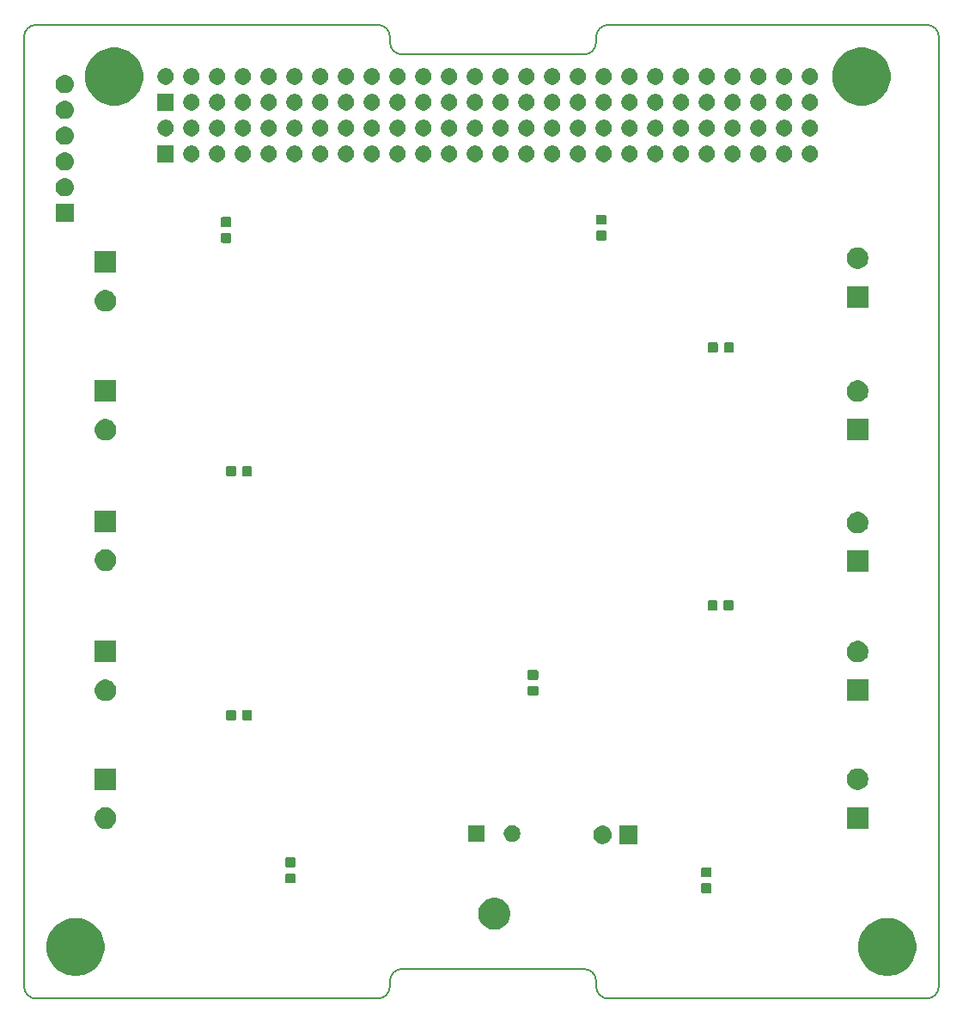
<source format=gbr>
%TF.GenerationSoftware,KiCad,Pcbnew,(5.0.1-3-g963ef8bb5)*%
%TF.CreationDate,2019-04-30T16:07:28+02:00*%
%TF.ProjectId,OIBUS_MOSFET_driver_module,4F494255535F4D4F534645545F647269,rev?*%
%TF.SameCoordinates,Original*%
%TF.FileFunction,Soldermask,Bot*%
%TF.FilePolarity,Negative*%
%FSLAX46Y46*%
G04 Gerber Fmt 4.6, Leading zero omitted, Abs format (unit mm)*
G04 Created by KiCad (PCBNEW (5.0.1-3-g963ef8bb5)) date 2019 April 30, Tuesday 16:07:28*
%MOMM*%
%LPD*%
G01*
G04 APERTURE LIST*
%ADD10C,0.200000*%
%ADD11C,0.150000*%
G04 APERTURE END LIST*
D10*
X138557000Y-44248000D02*
X138557000Y-137737999D01*
X138557000Y-137737999D02*
G75*
G02X137357000Y-138937999I-1200000J0D01*
G01*
X48387000Y-137738000D02*
X48387000Y-79629000D01*
X49587000Y-138938000D02*
G75*
G02X48387000Y-137738000I0J1200000D01*
G01*
X83257000Y-138937999D02*
X49587000Y-138938000D01*
X84457000Y-137737999D02*
G75*
G02X83257000Y-138937999I-1200000J0D01*
G01*
X84457000Y-137217999D02*
X84457000Y-137737999D01*
X84457000Y-137217999D02*
G75*
G02X85657000Y-136017999I1200000J0D01*
G01*
X103577000Y-136017999D02*
X85657000Y-136017999D01*
X105977000Y-138937999D02*
G75*
G02X104777000Y-137737999I0J1200000D01*
G01*
X137357000Y-138937999D02*
X105977000Y-138937999D01*
X103577000Y-136017999D02*
G75*
G02X104777000Y-137217999I0J-1200000D01*
G01*
X104777000Y-137737999D02*
X104777000Y-137217999D01*
X137357000Y-43048000D02*
G75*
G02X138557000Y-44248000I0J-1200000D01*
G01*
X105977000Y-43048000D02*
X137357000Y-43048000D01*
X104777000Y-44248000D02*
G75*
G02X105977000Y-43048000I1200000J0D01*
G01*
X104777000Y-44768035D02*
X104777000Y-44248000D01*
X104777000Y-44768035D02*
G75*
G02X103577000Y-45968035I-1200000J0D01*
G01*
X85657000Y-45968032D02*
X103577000Y-45968035D01*
X85657000Y-45968032D02*
G75*
G02X84457001Y-44768032I1J1200000D01*
G01*
X84457000Y-44248030D02*
X84457001Y-44768032D01*
X83257001Y-43048030D02*
G75*
G02X84457000Y-44248030I-1J-1200000D01*
G01*
X49587001Y-43048001D02*
X83257001Y-43048030D01*
X48387000Y-44248001D02*
G75*
G02X49587001Y-43048001I1200000J0D01*
G01*
X48386999Y-79658000D02*
X48387000Y-44248001D01*
D11*
G36*
X133982532Y-131051702D02*
X134308606Y-131116562D01*
X134827455Y-131331476D01*
X135224303Y-131596642D01*
X135294410Y-131643486D01*
X135691514Y-132040590D01*
X135691516Y-132040593D01*
X136003524Y-132507545D01*
X136218438Y-133026394D01*
X136328000Y-133577201D01*
X136328000Y-134138799D01*
X136218438Y-134689606D01*
X136003524Y-135208455D01*
X135693620Y-135672259D01*
X135691514Y-135675410D01*
X135294410Y-136072514D01*
X135294407Y-136072516D01*
X134827455Y-136384524D01*
X134308606Y-136599438D01*
X134033202Y-136654219D01*
X133757800Y-136709000D01*
X133196200Y-136709000D01*
X132920798Y-136654219D01*
X132645394Y-136599438D01*
X132126545Y-136384524D01*
X131659593Y-136072516D01*
X131659590Y-136072514D01*
X131262486Y-135675410D01*
X131260380Y-135672259D01*
X130950476Y-135208455D01*
X130735562Y-134689606D01*
X130626000Y-134138799D01*
X130626000Y-133577201D01*
X130735562Y-133026394D01*
X130950476Y-132507545D01*
X131262484Y-132040593D01*
X131262486Y-132040590D01*
X131659590Y-131643486D01*
X131729697Y-131596642D01*
X132126545Y-131331476D01*
X132645394Y-131116562D01*
X132971468Y-131051702D01*
X133196200Y-131007000D01*
X133757800Y-131007000D01*
X133982532Y-131051702D01*
X133982532Y-131051702D01*
G37*
G36*
X53972532Y-131051702D02*
X54298606Y-131116562D01*
X54817455Y-131331476D01*
X55214303Y-131596642D01*
X55284410Y-131643486D01*
X55681514Y-132040590D01*
X55681516Y-132040593D01*
X55993524Y-132507545D01*
X56208438Y-133026394D01*
X56318000Y-133577201D01*
X56318000Y-134138799D01*
X56208438Y-134689606D01*
X55993524Y-135208455D01*
X55683620Y-135672259D01*
X55681514Y-135675410D01*
X55284410Y-136072514D01*
X55284407Y-136072516D01*
X54817455Y-136384524D01*
X54298606Y-136599438D01*
X54023202Y-136654219D01*
X53747800Y-136709000D01*
X53186200Y-136709000D01*
X52910798Y-136654219D01*
X52635394Y-136599438D01*
X52116545Y-136384524D01*
X51649593Y-136072516D01*
X51649590Y-136072514D01*
X51252486Y-135675410D01*
X51250380Y-135672259D01*
X50940476Y-135208455D01*
X50725562Y-134689606D01*
X50616000Y-134138799D01*
X50616000Y-133577201D01*
X50725562Y-133026394D01*
X50940476Y-132507545D01*
X51252484Y-132040593D01*
X51252486Y-132040590D01*
X51649590Y-131643486D01*
X51719697Y-131596642D01*
X52116545Y-131331476D01*
X52635394Y-131116562D01*
X52961468Y-131051702D01*
X53186200Y-131007000D01*
X53747800Y-131007000D01*
X53972532Y-131051702D01*
X53972532Y-131051702D01*
G37*
G36*
X94947739Y-129026048D02*
X95201702Y-129076564D01*
X95488516Y-129195367D01*
X95746642Y-129367841D01*
X95966159Y-129587358D01*
X96138633Y-129845484D01*
X96257436Y-130132298D01*
X96318000Y-130436778D01*
X96318000Y-130747222D01*
X96257436Y-131051702D01*
X96138633Y-131338516D01*
X95966159Y-131596642D01*
X95746642Y-131816159D01*
X95488516Y-131988633D01*
X95201702Y-132107436D01*
X94947739Y-132157952D01*
X94897223Y-132168000D01*
X94586777Y-132168000D01*
X94536261Y-132157952D01*
X94282298Y-132107436D01*
X93995484Y-131988633D01*
X93737358Y-131816159D01*
X93517841Y-131596642D01*
X93345367Y-131338516D01*
X93226564Y-131051702D01*
X93166000Y-130747222D01*
X93166000Y-130436778D01*
X93226564Y-130132298D01*
X93345367Y-129845484D01*
X93517841Y-129587358D01*
X93737358Y-129367841D01*
X93995484Y-129195367D01*
X94282298Y-129076564D01*
X94536261Y-129026048D01*
X94586777Y-129016000D01*
X94897223Y-129016000D01*
X94947739Y-129026048D01*
X94947739Y-129026048D01*
G37*
G36*
X116025791Y-127582485D02*
X116059769Y-127592793D01*
X116091087Y-127609533D01*
X116118539Y-127632061D01*
X116141067Y-127659513D01*
X116157807Y-127690831D01*
X116168115Y-127724809D01*
X116172200Y-127766290D01*
X116172200Y-128367510D01*
X116168115Y-128408991D01*
X116157807Y-128442969D01*
X116141067Y-128474287D01*
X116118539Y-128501739D01*
X116091087Y-128524267D01*
X116059769Y-128541007D01*
X116025791Y-128551315D01*
X115984310Y-128555400D01*
X115308090Y-128555400D01*
X115266609Y-128551315D01*
X115232631Y-128541007D01*
X115201313Y-128524267D01*
X115173861Y-128501739D01*
X115151333Y-128474287D01*
X115134593Y-128442969D01*
X115124285Y-128408991D01*
X115120200Y-128367510D01*
X115120200Y-127766290D01*
X115124285Y-127724809D01*
X115134593Y-127690831D01*
X115151333Y-127659513D01*
X115173861Y-127632061D01*
X115201313Y-127609533D01*
X115232631Y-127592793D01*
X115266609Y-127582485D01*
X115308090Y-127578400D01*
X115984310Y-127578400D01*
X116025791Y-127582485D01*
X116025791Y-127582485D01*
G37*
G36*
X75030191Y-126617285D02*
X75064169Y-126627593D01*
X75095487Y-126644333D01*
X75122939Y-126666861D01*
X75145467Y-126694313D01*
X75162207Y-126725631D01*
X75172515Y-126759609D01*
X75176600Y-126801090D01*
X75176600Y-127402310D01*
X75172515Y-127443791D01*
X75162207Y-127477769D01*
X75145467Y-127509087D01*
X75122939Y-127536539D01*
X75095487Y-127559067D01*
X75064169Y-127575807D01*
X75030191Y-127586115D01*
X74988710Y-127590200D01*
X74312490Y-127590200D01*
X74271009Y-127586115D01*
X74237031Y-127575807D01*
X74205713Y-127559067D01*
X74178261Y-127536539D01*
X74155733Y-127509087D01*
X74138993Y-127477769D01*
X74128685Y-127443791D01*
X74124600Y-127402310D01*
X74124600Y-126801090D01*
X74128685Y-126759609D01*
X74138993Y-126725631D01*
X74155733Y-126694313D01*
X74178261Y-126666861D01*
X74205713Y-126644333D01*
X74237031Y-126627593D01*
X74271009Y-126617285D01*
X74312490Y-126613200D01*
X74988710Y-126613200D01*
X75030191Y-126617285D01*
X75030191Y-126617285D01*
G37*
G36*
X116025791Y-126007485D02*
X116059769Y-126017793D01*
X116091087Y-126034533D01*
X116118539Y-126057061D01*
X116141067Y-126084513D01*
X116157807Y-126115831D01*
X116168115Y-126149809D01*
X116172200Y-126191290D01*
X116172200Y-126792510D01*
X116168115Y-126833991D01*
X116157807Y-126867969D01*
X116141067Y-126899287D01*
X116118539Y-126926739D01*
X116091087Y-126949267D01*
X116059769Y-126966007D01*
X116025791Y-126976315D01*
X115984310Y-126980400D01*
X115308090Y-126980400D01*
X115266609Y-126976315D01*
X115232631Y-126966007D01*
X115201313Y-126949267D01*
X115173861Y-126926739D01*
X115151333Y-126899287D01*
X115134593Y-126867969D01*
X115124285Y-126833991D01*
X115120200Y-126792510D01*
X115120200Y-126191290D01*
X115124285Y-126149809D01*
X115134593Y-126115831D01*
X115151333Y-126084513D01*
X115173861Y-126057061D01*
X115201313Y-126034533D01*
X115232631Y-126017793D01*
X115266609Y-126007485D01*
X115308090Y-126003400D01*
X115984310Y-126003400D01*
X116025791Y-126007485D01*
X116025791Y-126007485D01*
G37*
G36*
X75030191Y-125042285D02*
X75064169Y-125052593D01*
X75095487Y-125069333D01*
X75122939Y-125091861D01*
X75145467Y-125119313D01*
X75162207Y-125150631D01*
X75172515Y-125184609D01*
X75176600Y-125226090D01*
X75176600Y-125827310D01*
X75172515Y-125868791D01*
X75162207Y-125902769D01*
X75145467Y-125934087D01*
X75122939Y-125961539D01*
X75095487Y-125984067D01*
X75064169Y-126000807D01*
X75030191Y-126011115D01*
X74988710Y-126015200D01*
X74312490Y-126015200D01*
X74271009Y-126011115D01*
X74237031Y-126000807D01*
X74205713Y-125984067D01*
X74178261Y-125961539D01*
X74155733Y-125934087D01*
X74138993Y-125902769D01*
X74128685Y-125868791D01*
X74124600Y-125827310D01*
X74124600Y-125226090D01*
X74128685Y-125184609D01*
X74138993Y-125150631D01*
X74155733Y-125119313D01*
X74178261Y-125091861D01*
X74205713Y-125069333D01*
X74237031Y-125052593D01*
X74271009Y-125042285D01*
X74312490Y-125038200D01*
X74988710Y-125038200D01*
X75030191Y-125042285D01*
X75030191Y-125042285D01*
G37*
G36*
X105520442Y-121914518D02*
X105586627Y-121921037D01*
X105699853Y-121955384D01*
X105756467Y-121972557D01*
X105895087Y-122046652D01*
X105912991Y-122056222D01*
X105948729Y-122085552D01*
X106050186Y-122168814D01*
X106133448Y-122270271D01*
X106162778Y-122306009D01*
X106162779Y-122306011D01*
X106246443Y-122462533D01*
X106246443Y-122462534D01*
X106297963Y-122632373D01*
X106315359Y-122809000D01*
X106297963Y-122985627D01*
X106272818Y-123068519D01*
X106246443Y-123155467D01*
X106172348Y-123294087D01*
X106162778Y-123311991D01*
X106133448Y-123347729D01*
X106050186Y-123449186D01*
X105948729Y-123532448D01*
X105912991Y-123561778D01*
X105912989Y-123561779D01*
X105756467Y-123645443D01*
X105699853Y-123662616D01*
X105586627Y-123696963D01*
X105520442Y-123703482D01*
X105454260Y-123710000D01*
X105365740Y-123710000D01*
X105299558Y-123703482D01*
X105233373Y-123696963D01*
X105120147Y-123662616D01*
X105063533Y-123645443D01*
X104907011Y-123561779D01*
X104907009Y-123561778D01*
X104871271Y-123532448D01*
X104769814Y-123449186D01*
X104686552Y-123347729D01*
X104657222Y-123311991D01*
X104647652Y-123294087D01*
X104573557Y-123155467D01*
X104547182Y-123068519D01*
X104522037Y-122985627D01*
X104504641Y-122809000D01*
X104522037Y-122632373D01*
X104573557Y-122462534D01*
X104573557Y-122462533D01*
X104657221Y-122306011D01*
X104657222Y-122306009D01*
X104686552Y-122270271D01*
X104769814Y-122168814D01*
X104871271Y-122085552D01*
X104907009Y-122056222D01*
X104924913Y-122046652D01*
X105063533Y-121972557D01*
X105120147Y-121955384D01*
X105233373Y-121921037D01*
X105299558Y-121914518D01*
X105365740Y-121908000D01*
X105454260Y-121908000D01*
X105520442Y-121914518D01*
X105520442Y-121914518D01*
G37*
G36*
X108851000Y-123710000D02*
X107049000Y-123710000D01*
X107049000Y-121908000D01*
X108851000Y-121908000D01*
X108851000Y-123710000D01*
X108851000Y-123710000D01*
G37*
G36*
X96730016Y-121897358D02*
X96730019Y-121897359D01*
X96730018Y-121897359D01*
X96878521Y-121958870D01*
X97012170Y-122048172D01*
X97125828Y-122161830D01*
X97215130Y-122295479D01*
X97219492Y-122306011D01*
X97276642Y-122443984D01*
X97308000Y-122601630D01*
X97308000Y-122762370D01*
X97276642Y-122920016D01*
X97276641Y-122920018D01*
X97215130Y-123068521D01*
X97125828Y-123202170D01*
X97012170Y-123315828D01*
X96878521Y-123405130D01*
X96755497Y-123456087D01*
X96730016Y-123466642D01*
X96572370Y-123498000D01*
X96411630Y-123498000D01*
X96253984Y-123466642D01*
X96228503Y-123456087D01*
X96105479Y-123405130D01*
X95971830Y-123315828D01*
X95858172Y-123202170D01*
X95768870Y-123068521D01*
X95707359Y-122920018D01*
X95707358Y-122920016D01*
X95676000Y-122762370D01*
X95676000Y-122601630D01*
X95707358Y-122443984D01*
X95764508Y-122306011D01*
X95768870Y-122295479D01*
X95858172Y-122161830D01*
X95971830Y-122048172D01*
X96105479Y-121958870D01*
X96253982Y-121897359D01*
X96253981Y-121897359D01*
X96253984Y-121897358D01*
X96411630Y-121866000D01*
X96572370Y-121866000D01*
X96730016Y-121897358D01*
X96730016Y-121897358D01*
G37*
G36*
X93808000Y-123498000D02*
X92176000Y-123498000D01*
X92176000Y-121866000D01*
X93808000Y-121866000D01*
X93808000Y-123498000D01*
X93808000Y-123498000D01*
G37*
G36*
X56723609Y-120135369D02*
X56723611Y-120135370D01*
X56723612Y-120135370D01*
X56917156Y-120215538D01*
X56917157Y-120215539D01*
X57091345Y-120331927D01*
X57239473Y-120480055D01*
X57239475Y-120480058D01*
X57355862Y-120654244D01*
X57436030Y-120847788D01*
X57476900Y-121053254D01*
X57476900Y-121262746D01*
X57436030Y-121468212D01*
X57355862Y-121661756D01*
X57355861Y-121661757D01*
X57239473Y-121835945D01*
X57091345Y-121984073D01*
X57091342Y-121984075D01*
X56917156Y-122100462D01*
X56723612Y-122180630D01*
X56723611Y-122180630D01*
X56723609Y-122180631D01*
X56518147Y-122221500D01*
X56308653Y-122221500D01*
X56103191Y-122180631D01*
X56103189Y-122180630D01*
X56103188Y-122180630D01*
X55909644Y-122100462D01*
X55735458Y-121984075D01*
X55735455Y-121984073D01*
X55587327Y-121835945D01*
X55470939Y-121661757D01*
X55470938Y-121661756D01*
X55390770Y-121468212D01*
X55349900Y-121262746D01*
X55349900Y-121053254D01*
X55390770Y-120847788D01*
X55470938Y-120654244D01*
X55587325Y-120480058D01*
X55587327Y-120480055D01*
X55735455Y-120331927D01*
X55909643Y-120215539D01*
X55909644Y-120215538D01*
X56103188Y-120135370D01*
X56103189Y-120135370D01*
X56103191Y-120135369D01*
X56308653Y-120094500D01*
X56518147Y-120094500D01*
X56723609Y-120135369D01*
X56723609Y-120135369D01*
G37*
G36*
X131619500Y-122196100D02*
X129492500Y-122196100D01*
X129492500Y-120069100D01*
X131619500Y-120069100D01*
X131619500Y-122196100D01*
X131619500Y-122196100D01*
G37*
G36*
X57476900Y-118411500D02*
X55349900Y-118411500D01*
X55349900Y-116284500D01*
X57476900Y-116284500D01*
X57476900Y-118411500D01*
X57476900Y-118411500D01*
G37*
G36*
X130866209Y-116299969D02*
X130866211Y-116299970D01*
X130866212Y-116299970D01*
X131059756Y-116380138D01*
X131059757Y-116380139D01*
X131233945Y-116496527D01*
X131382073Y-116644655D01*
X131382075Y-116644658D01*
X131498462Y-116818844D01*
X131578630Y-117012388D01*
X131619500Y-117217854D01*
X131619500Y-117427346D01*
X131578630Y-117632812D01*
X131498462Y-117826356D01*
X131498461Y-117826357D01*
X131382073Y-118000545D01*
X131233945Y-118148673D01*
X131233942Y-118148675D01*
X131059756Y-118265062D01*
X130866212Y-118345230D01*
X130866211Y-118345230D01*
X130866209Y-118345231D01*
X130660747Y-118386100D01*
X130451253Y-118386100D01*
X130245791Y-118345231D01*
X130245789Y-118345230D01*
X130245788Y-118345230D01*
X130052244Y-118265062D01*
X129878058Y-118148675D01*
X129878055Y-118148673D01*
X129729927Y-118000545D01*
X129613539Y-117826357D01*
X129613538Y-117826356D01*
X129533370Y-117632812D01*
X129492500Y-117427346D01*
X129492500Y-117217854D01*
X129533370Y-117012388D01*
X129613538Y-116818844D01*
X129729925Y-116644658D01*
X129729927Y-116644655D01*
X129878055Y-116496527D01*
X130052243Y-116380139D01*
X130052244Y-116380138D01*
X130245788Y-116299970D01*
X130245789Y-116299970D01*
X130245791Y-116299969D01*
X130451253Y-116259100D01*
X130660747Y-116259100D01*
X130866209Y-116299969D01*
X130866209Y-116299969D01*
G37*
G36*
X69150591Y-110501485D02*
X69184569Y-110511793D01*
X69215887Y-110528533D01*
X69243339Y-110551061D01*
X69265867Y-110578513D01*
X69282607Y-110609831D01*
X69292915Y-110643809D01*
X69297000Y-110685290D01*
X69297000Y-111361510D01*
X69292915Y-111402991D01*
X69282607Y-111436969D01*
X69265867Y-111468287D01*
X69243339Y-111495739D01*
X69215887Y-111518267D01*
X69184569Y-111535007D01*
X69150591Y-111545315D01*
X69109110Y-111549400D01*
X68507890Y-111549400D01*
X68466409Y-111545315D01*
X68432431Y-111535007D01*
X68401113Y-111518267D01*
X68373661Y-111495739D01*
X68351133Y-111468287D01*
X68334393Y-111436969D01*
X68324085Y-111402991D01*
X68320000Y-111361510D01*
X68320000Y-110685290D01*
X68324085Y-110643809D01*
X68334393Y-110609831D01*
X68351133Y-110578513D01*
X68373661Y-110551061D01*
X68401113Y-110528533D01*
X68432431Y-110511793D01*
X68466409Y-110501485D01*
X68507890Y-110497400D01*
X69109110Y-110497400D01*
X69150591Y-110501485D01*
X69150591Y-110501485D01*
G37*
G36*
X70725591Y-110501485D02*
X70759569Y-110511793D01*
X70790887Y-110528533D01*
X70818339Y-110551061D01*
X70840867Y-110578513D01*
X70857607Y-110609831D01*
X70867915Y-110643809D01*
X70872000Y-110685290D01*
X70872000Y-111361510D01*
X70867915Y-111402991D01*
X70857607Y-111436969D01*
X70840867Y-111468287D01*
X70818339Y-111495739D01*
X70790887Y-111518267D01*
X70759569Y-111535007D01*
X70725591Y-111545315D01*
X70684110Y-111549400D01*
X70082890Y-111549400D01*
X70041409Y-111545315D01*
X70007431Y-111535007D01*
X69976113Y-111518267D01*
X69948661Y-111495739D01*
X69926133Y-111468287D01*
X69909393Y-111436969D01*
X69899085Y-111402991D01*
X69895000Y-111361510D01*
X69895000Y-110685290D01*
X69899085Y-110643809D01*
X69909393Y-110609831D01*
X69926133Y-110578513D01*
X69948661Y-110551061D01*
X69976113Y-110528533D01*
X70007431Y-110511793D01*
X70041409Y-110501485D01*
X70082890Y-110497400D01*
X70684110Y-110497400D01*
X70725591Y-110501485D01*
X70725591Y-110501485D01*
G37*
G36*
X56723609Y-107562369D02*
X56723611Y-107562370D01*
X56723612Y-107562370D01*
X56917156Y-107642538D01*
X56917157Y-107642539D01*
X57091345Y-107758927D01*
X57239473Y-107907055D01*
X57239475Y-107907058D01*
X57355862Y-108081244D01*
X57436030Y-108274788D01*
X57436031Y-108274791D01*
X57476900Y-108480253D01*
X57476900Y-108689746D01*
X57436030Y-108895212D01*
X57355862Y-109088756D01*
X57241040Y-109260599D01*
X57239473Y-109262945D01*
X57091345Y-109411073D01*
X57091342Y-109411075D01*
X56917156Y-109527462D01*
X56723612Y-109607630D01*
X56723611Y-109607630D01*
X56723609Y-109607631D01*
X56518147Y-109648500D01*
X56308653Y-109648500D01*
X56103191Y-109607631D01*
X56103189Y-109607630D01*
X56103188Y-109607630D01*
X55909644Y-109527462D01*
X55735458Y-109411075D01*
X55735455Y-109411073D01*
X55587327Y-109262945D01*
X55585760Y-109260599D01*
X55470938Y-109088756D01*
X55390770Y-108895212D01*
X55349900Y-108689746D01*
X55349900Y-108480253D01*
X55390769Y-108274791D01*
X55390770Y-108274788D01*
X55470938Y-108081244D01*
X55587325Y-107907058D01*
X55587327Y-107907055D01*
X55735455Y-107758927D01*
X55909643Y-107642539D01*
X55909644Y-107642538D01*
X56103188Y-107562370D01*
X56103189Y-107562370D01*
X56103191Y-107562369D01*
X56308653Y-107521500D01*
X56518147Y-107521500D01*
X56723609Y-107562369D01*
X56723609Y-107562369D01*
G37*
G36*
X131619500Y-109623100D02*
X129492500Y-109623100D01*
X129492500Y-107496100D01*
X131619500Y-107496100D01*
X131619500Y-109623100D01*
X131619500Y-109623100D01*
G37*
G36*
X98931591Y-108151485D02*
X98965569Y-108161793D01*
X98996887Y-108178533D01*
X99024339Y-108201061D01*
X99046867Y-108228513D01*
X99063607Y-108259831D01*
X99073915Y-108293809D01*
X99078000Y-108335290D01*
X99078000Y-108936510D01*
X99073915Y-108977991D01*
X99063607Y-109011969D01*
X99046867Y-109043287D01*
X99024339Y-109070739D01*
X98996887Y-109093267D01*
X98965569Y-109110007D01*
X98931591Y-109120315D01*
X98890110Y-109124400D01*
X98213890Y-109124400D01*
X98172409Y-109120315D01*
X98138431Y-109110007D01*
X98107113Y-109093267D01*
X98079661Y-109070739D01*
X98057133Y-109043287D01*
X98040393Y-109011969D01*
X98030085Y-108977991D01*
X98026000Y-108936510D01*
X98026000Y-108335290D01*
X98030085Y-108293809D01*
X98040393Y-108259831D01*
X98057133Y-108228513D01*
X98079661Y-108201061D01*
X98107113Y-108178533D01*
X98138431Y-108161793D01*
X98172409Y-108151485D01*
X98213890Y-108147400D01*
X98890110Y-108147400D01*
X98931591Y-108151485D01*
X98931591Y-108151485D01*
G37*
G36*
X98931591Y-106576485D02*
X98965569Y-106586793D01*
X98996887Y-106603533D01*
X99024339Y-106626061D01*
X99046867Y-106653513D01*
X99063607Y-106684831D01*
X99073915Y-106718809D01*
X99078000Y-106760290D01*
X99078000Y-107361510D01*
X99073915Y-107402991D01*
X99063607Y-107436969D01*
X99046867Y-107468287D01*
X99024339Y-107495739D01*
X98996887Y-107518267D01*
X98965569Y-107535007D01*
X98931591Y-107545315D01*
X98890110Y-107549400D01*
X98213890Y-107549400D01*
X98172409Y-107545315D01*
X98138431Y-107535007D01*
X98107113Y-107518267D01*
X98079661Y-107495739D01*
X98057133Y-107468287D01*
X98040393Y-107436969D01*
X98030085Y-107402991D01*
X98026000Y-107361510D01*
X98026000Y-106760290D01*
X98030085Y-106718809D01*
X98040393Y-106684831D01*
X98057133Y-106653513D01*
X98079661Y-106626061D01*
X98107113Y-106603533D01*
X98138431Y-106586793D01*
X98172409Y-106576485D01*
X98213890Y-106572400D01*
X98890110Y-106572400D01*
X98931591Y-106576485D01*
X98931591Y-106576485D01*
G37*
G36*
X57476900Y-105838500D02*
X55349900Y-105838500D01*
X55349900Y-103711500D01*
X57476900Y-103711500D01*
X57476900Y-105838500D01*
X57476900Y-105838500D01*
G37*
G36*
X130866209Y-103726969D02*
X130866211Y-103726970D01*
X130866212Y-103726970D01*
X131059756Y-103807138D01*
X131059757Y-103807139D01*
X131233945Y-103923527D01*
X131382073Y-104071655D01*
X131382075Y-104071658D01*
X131498462Y-104245844D01*
X131578630Y-104439388D01*
X131619500Y-104644854D01*
X131619500Y-104854346D01*
X131578630Y-105059812D01*
X131498462Y-105253356D01*
X131498461Y-105253357D01*
X131382073Y-105427545D01*
X131233945Y-105575673D01*
X131233942Y-105575675D01*
X131059756Y-105692062D01*
X130866212Y-105772230D01*
X130866211Y-105772230D01*
X130866209Y-105772231D01*
X130660747Y-105813100D01*
X130451253Y-105813100D01*
X130245791Y-105772231D01*
X130245789Y-105772230D01*
X130245788Y-105772230D01*
X130052244Y-105692062D01*
X129878058Y-105575675D01*
X129878055Y-105575673D01*
X129729927Y-105427545D01*
X129613539Y-105253357D01*
X129613538Y-105253356D01*
X129533370Y-105059812D01*
X129492500Y-104854346D01*
X129492500Y-104644854D01*
X129533370Y-104439388D01*
X129613538Y-104245844D01*
X129729925Y-104071658D01*
X129729927Y-104071655D01*
X129878055Y-103923527D01*
X130052243Y-103807139D01*
X130052244Y-103807138D01*
X130245788Y-103726970D01*
X130245789Y-103726970D01*
X130245791Y-103726969D01*
X130451253Y-103686100D01*
X130660747Y-103686100D01*
X130866209Y-103726969D01*
X130866209Y-103726969D01*
G37*
G36*
X118172791Y-99706485D02*
X118206769Y-99716793D01*
X118238087Y-99733533D01*
X118265539Y-99756061D01*
X118288067Y-99783513D01*
X118304807Y-99814831D01*
X118315115Y-99848809D01*
X118319200Y-99890290D01*
X118319200Y-100566510D01*
X118315115Y-100607991D01*
X118304807Y-100641969D01*
X118288067Y-100673287D01*
X118265539Y-100700739D01*
X118238087Y-100723267D01*
X118206769Y-100740007D01*
X118172791Y-100750315D01*
X118131310Y-100754400D01*
X117530090Y-100754400D01*
X117488609Y-100750315D01*
X117454631Y-100740007D01*
X117423313Y-100723267D01*
X117395861Y-100700739D01*
X117373333Y-100673287D01*
X117356593Y-100641969D01*
X117346285Y-100607991D01*
X117342200Y-100566510D01*
X117342200Y-99890290D01*
X117346285Y-99848809D01*
X117356593Y-99814831D01*
X117373333Y-99783513D01*
X117395861Y-99756061D01*
X117423313Y-99733533D01*
X117454631Y-99716793D01*
X117488609Y-99706485D01*
X117530090Y-99702400D01*
X118131310Y-99702400D01*
X118172791Y-99706485D01*
X118172791Y-99706485D01*
G37*
G36*
X116597791Y-99706485D02*
X116631769Y-99716793D01*
X116663087Y-99733533D01*
X116690539Y-99756061D01*
X116713067Y-99783513D01*
X116729807Y-99814831D01*
X116740115Y-99848809D01*
X116744200Y-99890290D01*
X116744200Y-100566510D01*
X116740115Y-100607991D01*
X116729807Y-100641969D01*
X116713067Y-100673287D01*
X116690539Y-100700739D01*
X116663087Y-100723267D01*
X116631769Y-100740007D01*
X116597791Y-100750315D01*
X116556310Y-100754400D01*
X115955090Y-100754400D01*
X115913609Y-100750315D01*
X115879631Y-100740007D01*
X115848313Y-100723267D01*
X115820861Y-100700739D01*
X115798333Y-100673287D01*
X115781593Y-100641969D01*
X115771285Y-100607991D01*
X115767200Y-100566510D01*
X115767200Y-99890290D01*
X115771285Y-99848809D01*
X115781593Y-99814831D01*
X115798333Y-99783513D01*
X115820861Y-99756061D01*
X115848313Y-99733533D01*
X115879631Y-99716793D01*
X115913609Y-99706485D01*
X115955090Y-99702400D01*
X116556310Y-99702400D01*
X116597791Y-99706485D01*
X116597791Y-99706485D01*
G37*
G36*
X131619500Y-96923100D02*
X129492500Y-96923100D01*
X129492500Y-94796100D01*
X131619500Y-94796100D01*
X131619500Y-96923100D01*
X131619500Y-96923100D01*
G37*
G36*
X56723609Y-94735369D02*
X56723611Y-94735370D01*
X56723612Y-94735370D01*
X56917156Y-94815538D01*
X56917157Y-94815539D01*
X57091345Y-94931927D01*
X57239473Y-95080055D01*
X57239475Y-95080058D01*
X57355862Y-95254244D01*
X57436030Y-95447788D01*
X57476900Y-95653254D01*
X57476900Y-95862746D01*
X57436030Y-96068212D01*
X57355862Y-96261756D01*
X57355861Y-96261757D01*
X57239473Y-96435945D01*
X57091345Y-96584073D01*
X57091342Y-96584075D01*
X56917156Y-96700462D01*
X56723612Y-96780630D01*
X56723611Y-96780630D01*
X56723609Y-96780631D01*
X56518147Y-96821500D01*
X56308653Y-96821500D01*
X56103191Y-96780631D01*
X56103189Y-96780630D01*
X56103188Y-96780630D01*
X55909644Y-96700462D01*
X55735458Y-96584075D01*
X55735455Y-96584073D01*
X55587327Y-96435945D01*
X55470939Y-96261757D01*
X55470938Y-96261756D01*
X55390770Y-96068212D01*
X55349900Y-95862746D01*
X55349900Y-95653254D01*
X55390770Y-95447788D01*
X55470938Y-95254244D01*
X55587325Y-95080058D01*
X55587327Y-95080055D01*
X55735455Y-94931927D01*
X55909643Y-94815539D01*
X55909644Y-94815538D01*
X56103188Y-94735370D01*
X56103189Y-94735370D01*
X56103191Y-94735369D01*
X56308653Y-94694500D01*
X56518147Y-94694500D01*
X56723609Y-94735369D01*
X56723609Y-94735369D01*
G37*
G36*
X130866209Y-91026969D02*
X130866211Y-91026970D01*
X130866212Y-91026970D01*
X131059756Y-91107138D01*
X131059757Y-91107139D01*
X131233945Y-91223527D01*
X131382073Y-91371655D01*
X131382075Y-91371658D01*
X131498462Y-91545844D01*
X131578630Y-91739388D01*
X131619500Y-91944854D01*
X131619500Y-92154346D01*
X131578630Y-92359812D01*
X131498462Y-92553356D01*
X131498461Y-92553357D01*
X131382073Y-92727545D01*
X131233945Y-92875673D01*
X131233942Y-92875675D01*
X131059756Y-92992062D01*
X130866212Y-93072230D01*
X130866211Y-93072230D01*
X130866209Y-93072231D01*
X130660747Y-93113100D01*
X130451253Y-93113100D01*
X130245791Y-93072231D01*
X130245789Y-93072230D01*
X130245788Y-93072230D01*
X130052244Y-92992062D01*
X129878058Y-92875675D01*
X129878055Y-92875673D01*
X129729927Y-92727545D01*
X129613539Y-92553357D01*
X129613538Y-92553356D01*
X129533370Y-92359812D01*
X129492500Y-92154346D01*
X129492500Y-91944854D01*
X129533370Y-91739388D01*
X129613538Y-91545844D01*
X129729925Y-91371658D01*
X129729927Y-91371655D01*
X129878055Y-91223527D01*
X130052243Y-91107139D01*
X130052244Y-91107138D01*
X130245788Y-91026970D01*
X130245789Y-91026970D01*
X130245791Y-91026969D01*
X130451253Y-90986100D01*
X130660747Y-90986100D01*
X130866209Y-91026969D01*
X130866209Y-91026969D01*
G37*
G36*
X57476900Y-93011500D02*
X55349900Y-93011500D01*
X55349900Y-90884500D01*
X57476900Y-90884500D01*
X57476900Y-93011500D01*
X57476900Y-93011500D01*
G37*
G36*
X70725591Y-86498485D02*
X70759569Y-86508793D01*
X70790887Y-86525533D01*
X70818339Y-86548061D01*
X70840867Y-86575513D01*
X70857607Y-86606831D01*
X70867915Y-86640809D01*
X70872000Y-86682290D01*
X70872000Y-87358510D01*
X70867915Y-87399991D01*
X70857607Y-87433969D01*
X70840867Y-87465287D01*
X70818339Y-87492739D01*
X70790887Y-87515267D01*
X70759569Y-87532007D01*
X70725591Y-87542315D01*
X70684110Y-87546400D01*
X70082890Y-87546400D01*
X70041409Y-87542315D01*
X70007431Y-87532007D01*
X69976113Y-87515267D01*
X69948661Y-87492739D01*
X69926133Y-87465287D01*
X69909393Y-87433969D01*
X69899085Y-87399991D01*
X69895000Y-87358510D01*
X69895000Y-86682290D01*
X69899085Y-86640809D01*
X69909393Y-86606831D01*
X69926133Y-86575513D01*
X69948661Y-86548061D01*
X69976113Y-86525533D01*
X70007431Y-86508793D01*
X70041409Y-86498485D01*
X70082890Y-86494400D01*
X70684110Y-86494400D01*
X70725591Y-86498485D01*
X70725591Y-86498485D01*
G37*
G36*
X69150591Y-86498485D02*
X69184569Y-86508793D01*
X69215887Y-86525533D01*
X69243339Y-86548061D01*
X69265867Y-86575513D01*
X69282607Y-86606831D01*
X69292915Y-86640809D01*
X69297000Y-86682290D01*
X69297000Y-87358510D01*
X69292915Y-87399991D01*
X69282607Y-87433969D01*
X69265867Y-87465287D01*
X69243339Y-87492739D01*
X69215887Y-87515267D01*
X69184569Y-87532007D01*
X69150591Y-87542315D01*
X69109110Y-87546400D01*
X68507890Y-87546400D01*
X68466409Y-87542315D01*
X68432431Y-87532007D01*
X68401113Y-87515267D01*
X68373661Y-87492739D01*
X68351133Y-87465287D01*
X68334393Y-87433969D01*
X68324085Y-87399991D01*
X68320000Y-87358510D01*
X68320000Y-86682290D01*
X68324085Y-86640809D01*
X68334393Y-86606831D01*
X68351133Y-86575513D01*
X68373661Y-86548061D01*
X68401113Y-86525533D01*
X68432431Y-86508793D01*
X68466409Y-86498485D01*
X68507890Y-86494400D01*
X69109110Y-86494400D01*
X69150591Y-86498485D01*
X69150591Y-86498485D01*
G37*
G36*
X56723609Y-81908369D02*
X56723611Y-81908370D01*
X56723612Y-81908370D01*
X56917156Y-81988538D01*
X56917157Y-81988539D01*
X57091345Y-82104927D01*
X57239473Y-82253055D01*
X57239475Y-82253058D01*
X57355862Y-82427244D01*
X57436030Y-82620788D01*
X57476900Y-82826254D01*
X57476900Y-83035746D01*
X57436030Y-83241212D01*
X57355862Y-83434756D01*
X57355861Y-83434757D01*
X57239473Y-83608945D01*
X57091345Y-83757073D01*
X57091342Y-83757075D01*
X56917156Y-83873462D01*
X56723612Y-83953630D01*
X56723611Y-83953630D01*
X56723609Y-83953631D01*
X56518147Y-83994500D01*
X56308653Y-83994500D01*
X56103191Y-83953631D01*
X56103189Y-83953630D01*
X56103188Y-83953630D01*
X55909644Y-83873462D01*
X55735458Y-83757075D01*
X55735455Y-83757073D01*
X55587327Y-83608945D01*
X55470939Y-83434757D01*
X55470938Y-83434756D01*
X55390770Y-83241212D01*
X55349900Y-83035746D01*
X55349900Y-82826254D01*
X55390770Y-82620788D01*
X55470938Y-82427244D01*
X55587325Y-82253058D01*
X55587327Y-82253055D01*
X55735455Y-82104927D01*
X55909643Y-81988539D01*
X55909644Y-81988538D01*
X56103188Y-81908370D01*
X56103189Y-81908370D01*
X56103191Y-81908369D01*
X56308653Y-81867500D01*
X56518147Y-81867500D01*
X56723609Y-81908369D01*
X56723609Y-81908369D01*
G37*
G36*
X131619500Y-83969100D02*
X129492500Y-83969100D01*
X129492500Y-81842100D01*
X131619500Y-81842100D01*
X131619500Y-83969100D01*
X131619500Y-83969100D01*
G37*
G36*
X57476900Y-80184500D02*
X55349900Y-80184500D01*
X55349900Y-78057500D01*
X57476900Y-78057500D01*
X57476900Y-80184500D01*
X57476900Y-80184500D01*
G37*
G36*
X130866209Y-78072969D02*
X130866211Y-78072970D01*
X130866212Y-78072970D01*
X131059756Y-78153138D01*
X131059757Y-78153139D01*
X131233945Y-78269527D01*
X131382073Y-78417655D01*
X131382075Y-78417658D01*
X131498462Y-78591844D01*
X131578630Y-78785388D01*
X131619500Y-78990854D01*
X131619500Y-79200346D01*
X131578630Y-79405812D01*
X131498462Y-79599356D01*
X131498461Y-79599357D01*
X131382073Y-79773545D01*
X131233945Y-79921673D01*
X131233942Y-79921675D01*
X131059756Y-80038062D01*
X130866212Y-80118230D01*
X130866211Y-80118230D01*
X130866209Y-80118231D01*
X130660747Y-80159100D01*
X130451253Y-80159100D01*
X130245791Y-80118231D01*
X130245789Y-80118230D01*
X130245788Y-80118230D01*
X130052244Y-80038062D01*
X129878058Y-79921675D01*
X129878055Y-79921673D01*
X129729927Y-79773545D01*
X129613539Y-79599357D01*
X129613538Y-79599356D01*
X129533370Y-79405812D01*
X129492500Y-79200346D01*
X129492500Y-78990854D01*
X129533370Y-78785388D01*
X129613538Y-78591844D01*
X129729925Y-78417658D01*
X129729927Y-78417655D01*
X129878055Y-78269527D01*
X130052243Y-78153139D01*
X130052244Y-78153138D01*
X130245788Y-78072970D01*
X130245789Y-78072970D01*
X130245791Y-78072969D01*
X130451253Y-78032100D01*
X130660747Y-78032100D01*
X130866209Y-78072969D01*
X130866209Y-78072969D01*
G37*
G36*
X118198191Y-74306485D02*
X118232169Y-74316793D01*
X118263487Y-74333533D01*
X118290939Y-74356061D01*
X118313467Y-74383513D01*
X118330207Y-74414831D01*
X118340515Y-74448809D01*
X118344600Y-74490290D01*
X118344600Y-75166510D01*
X118340515Y-75207991D01*
X118330207Y-75241969D01*
X118313467Y-75273287D01*
X118290939Y-75300739D01*
X118263487Y-75323267D01*
X118232169Y-75340007D01*
X118198191Y-75350315D01*
X118156710Y-75354400D01*
X117555490Y-75354400D01*
X117514009Y-75350315D01*
X117480031Y-75340007D01*
X117448713Y-75323267D01*
X117421261Y-75300739D01*
X117398733Y-75273287D01*
X117381993Y-75241969D01*
X117371685Y-75207991D01*
X117367600Y-75166510D01*
X117367600Y-74490290D01*
X117371685Y-74448809D01*
X117381993Y-74414831D01*
X117398733Y-74383513D01*
X117421261Y-74356061D01*
X117448713Y-74333533D01*
X117480031Y-74316793D01*
X117514009Y-74306485D01*
X117555490Y-74302400D01*
X118156710Y-74302400D01*
X118198191Y-74306485D01*
X118198191Y-74306485D01*
G37*
G36*
X116623191Y-74306485D02*
X116657169Y-74316793D01*
X116688487Y-74333533D01*
X116715939Y-74356061D01*
X116738467Y-74383513D01*
X116755207Y-74414831D01*
X116765515Y-74448809D01*
X116769600Y-74490290D01*
X116769600Y-75166510D01*
X116765515Y-75207991D01*
X116755207Y-75241969D01*
X116738467Y-75273287D01*
X116715939Y-75300739D01*
X116688487Y-75323267D01*
X116657169Y-75340007D01*
X116623191Y-75350315D01*
X116581710Y-75354400D01*
X115980490Y-75354400D01*
X115939009Y-75350315D01*
X115905031Y-75340007D01*
X115873713Y-75323267D01*
X115846261Y-75300739D01*
X115823733Y-75273287D01*
X115806993Y-75241969D01*
X115796685Y-75207991D01*
X115792600Y-75166510D01*
X115792600Y-74490290D01*
X115796685Y-74448809D01*
X115806993Y-74414831D01*
X115823733Y-74383513D01*
X115846261Y-74356061D01*
X115873713Y-74333533D01*
X115905031Y-74316793D01*
X115939009Y-74306485D01*
X115980490Y-74302400D01*
X116581710Y-74302400D01*
X116623191Y-74306485D01*
X116623191Y-74306485D01*
G37*
G36*
X56723609Y-69208369D02*
X56723611Y-69208370D01*
X56723612Y-69208370D01*
X56917156Y-69288538D01*
X56917157Y-69288539D01*
X57091345Y-69404927D01*
X57239473Y-69553055D01*
X57239475Y-69553058D01*
X57355862Y-69727244D01*
X57436030Y-69920788D01*
X57476900Y-70126254D01*
X57476900Y-70335746D01*
X57436030Y-70541212D01*
X57355862Y-70734756D01*
X57355861Y-70734757D01*
X57239473Y-70908945D01*
X57091345Y-71057073D01*
X57091342Y-71057075D01*
X56917156Y-71173462D01*
X56723612Y-71253630D01*
X56723611Y-71253630D01*
X56723609Y-71253631D01*
X56518147Y-71294500D01*
X56308653Y-71294500D01*
X56103191Y-71253631D01*
X56103189Y-71253630D01*
X56103188Y-71253630D01*
X55909644Y-71173462D01*
X55735458Y-71057075D01*
X55735455Y-71057073D01*
X55587327Y-70908945D01*
X55470939Y-70734757D01*
X55470938Y-70734756D01*
X55390770Y-70541212D01*
X55349900Y-70335746D01*
X55349900Y-70126254D01*
X55390770Y-69920788D01*
X55470938Y-69727244D01*
X55587325Y-69553058D01*
X55587327Y-69553055D01*
X55735455Y-69404927D01*
X55909643Y-69288539D01*
X55909644Y-69288538D01*
X56103188Y-69208370D01*
X56103189Y-69208370D01*
X56103191Y-69208369D01*
X56308653Y-69167500D01*
X56518147Y-69167500D01*
X56723609Y-69208369D01*
X56723609Y-69208369D01*
G37*
G36*
X131619500Y-70888100D02*
X129492500Y-70888100D01*
X129492500Y-68761100D01*
X131619500Y-68761100D01*
X131619500Y-70888100D01*
X131619500Y-70888100D01*
G37*
G36*
X57476900Y-67484500D02*
X55349900Y-67484500D01*
X55349900Y-65357500D01*
X57476900Y-65357500D01*
X57476900Y-67484500D01*
X57476900Y-67484500D01*
G37*
G36*
X130866209Y-64991969D02*
X130866211Y-64991970D01*
X130866212Y-64991970D01*
X131059756Y-65072138D01*
X131059757Y-65072139D01*
X131233945Y-65188527D01*
X131382073Y-65336655D01*
X131382075Y-65336658D01*
X131498462Y-65510844D01*
X131578630Y-65704388D01*
X131619500Y-65909854D01*
X131619500Y-66119346D01*
X131578630Y-66324812D01*
X131498462Y-66518356D01*
X131498461Y-66518357D01*
X131382073Y-66692545D01*
X131233945Y-66840673D01*
X131233942Y-66840675D01*
X131059756Y-66957062D01*
X130866212Y-67037230D01*
X130866211Y-67037230D01*
X130866209Y-67037231D01*
X130660747Y-67078100D01*
X130451253Y-67078100D01*
X130245791Y-67037231D01*
X130245789Y-67037230D01*
X130245788Y-67037230D01*
X130052244Y-66957062D01*
X129878058Y-66840675D01*
X129878055Y-66840673D01*
X129729927Y-66692545D01*
X129613539Y-66518357D01*
X129613538Y-66518356D01*
X129533370Y-66324812D01*
X129492500Y-66119346D01*
X129492500Y-65909854D01*
X129533370Y-65704388D01*
X129613538Y-65510844D01*
X129729925Y-65336658D01*
X129729927Y-65336655D01*
X129878055Y-65188527D01*
X130052243Y-65072139D01*
X130052244Y-65072138D01*
X130245788Y-64991970D01*
X130245789Y-64991970D01*
X130245791Y-64991969D01*
X130451253Y-64951100D01*
X130660747Y-64951100D01*
X130866209Y-64991969D01*
X130866209Y-64991969D01*
G37*
G36*
X68680191Y-63549085D02*
X68714169Y-63559393D01*
X68745487Y-63576133D01*
X68772939Y-63598661D01*
X68795467Y-63626113D01*
X68812207Y-63657431D01*
X68822515Y-63691409D01*
X68826600Y-63732890D01*
X68826600Y-64334110D01*
X68822515Y-64375591D01*
X68812207Y-64409569D01*
X68795467Y-64440887D01*
X68772939Y-64468339D01*
X68745487Y-64490867D01*
X68714169Y-64507607D01*
X68680191Y-64517915D01*
X68638710Y-64522000D01*
X67962490Y-64522000D01*
X67921009Y-64517915D01*
X67887031Y-64507607D01*
X67855713Y-64490867D01*
X67828261Y-64468339D01*
X67805733Y-64440887D01*
X67788993Y-64409569D01*
X67778685Y-64375591D01*
X67774600Y-64334110D01*
X67774600Y-63732890D01*
X67778685Y-63691409D01*
X67788993Y-63657431D01*
X67805733Y-63626113D01*
X67828261Y-63598661D01*
X67855713Y-63576133D01*
X67887031Y-63559393D01*
X67921009Y-63549085D01*
X67962490Y-63545000D01*
X68638710Y-63545000D01*
X68680191Y-63549085D01*
X68680191Y-63549085D01*
G37*
G36*
X105662591Y-63320385D02*
X105696569Y-63330693D01*
X105727887Y-63347433D01*
X105755339Y-63369961D01*
X105777867Y-63397413D01*
X105794607Y-63428731D01*
X105804915Y-63462709D01*
X105809000Y-63504190D01*
X105809000Y-64105410D01*
X105804915Y-64146891D01*
X105794607Y-64180869D01*
X105777867Y-64212187D01*
X105755339Y-64239639D01*
X105727887Y-64262167D01*
X105696569Y-64278907D01*
X105662591Y-64289215D01*
X105621110Y-64293300D01*
X104944890Y-64293300D01*
X104903409Y-64289215D01*
X104869431Y-64278907D01*
X104838113Y-64262167D01*
X104810661Y-64239639D01*
X104788133Y-64212187D01*
X104771393Y-64180869D01*
X104761085Y-64146891D01*
X104757000Y-64105410D01*
X104757000Y-63504190D01*
X104761085Y-63462709D01*
X104771393Y-63428731D01*
X104788133Y-63397413D01*
X104810661Y-63369961D01*
X104838113Y-63347433D01*
X104869431Y-63330693D01*
X104903409Y-63320385D01*
X104944890Y-63316300D01*
X105621110Y-63316300D01*
X105662591Y-63320385D01*
X105662591Y-63320385D01*
G37*
G36*
X68680191Y-61974085D02*
X68714169Y-61984393D01*
X68745487Y-62001133D01*
X68772939Y-62023661D01*
X68795467Y-62051113D01*
X68812207Y-62082431D01*
X68822515Y-62116409D01*
X68826600Y-62157890D01*
X68826600Y-62759110D01*
X68822515Y-62800591D01*
X68812207Y-62834569D01*
X68795467Y-62865887D01*
X68772939Y-62893339D01*
X68745487Y-62915867D01*
X68714169Y-62932607D01*
X68680191Y-62942915D01*
X68638710Y-62947000D01*
X67962490Y-62947000D01*
X67921009Y-62942915D01*
X67887031Y-62932607D01*
X67855713Y-62915867D01*
X67828261Y-62893339D01*
X67805733Y-62865887D01*
X67788993Y-62834569D01*
X67778685Y-62800591D01*
X67774600Y-62759110D01*
X67774600Y-62157890D01*
X67778685Y-62116409D01*
X67788993Y-62082431D01*
X67805733Y-62051113D01*
X67828261Y-62023661D01*
X67855713Y-62001133D01*
X67887031Y-61984393D01*
X67921009Y-61974085D01*
X67962490Y-61970000D01*
X68638710Y-61970000D01*
X68680191Y-61974085D01*
X68680191Y-61974085D01*
G37*
G36*
X105662591Y-61745385D02*
X105696569Y-61755693D01*
X105727887Y-61772433D01*
X105755339Y-61794961D01*
X105777867Y-61822413D01*
X105794607Y-61853731D01*
X105804915Y-61887709D01*
X105809000Y-61929190D01*
X105809000Y-62530410D01*
X105804915Y-62571891D01*
X105794607Y-62605869D01*
X105777867Y-62637187D01*
X105755339Y-62664639D01*
X105727887Y-62687167D01*
X105696569Y-62703907D01*
X105662591Y-62714215D01*
X105621110Y-62718300D01*
X104944890Y-62718300D01*
X104903409Y-62714215D01*
X104869431Y-62703907D01*
X104838113Y-62687167D01*
X104810661Y-62664639D01*
X104788133Y-62637187D01*
X104771393Y-62605869D01*
X104761085Y-62571891D01*
X104757000Y-62530410D01*
X104757000Y-61929190D01*
X104761085Y-61887709D01*
X104771393Y-61853731D01*
X104788133Y-61822413D01*
X104810661Y-61794961D01*
X104838113Y-61772433D01*
X104869431Y-61755693D01*
X104903409Y-61745385D01*
X104944890Y-61741300D01*
X105621110Y-61741300D01*
X105662591Y-61745385D01*
X105662591Y-61745385D01*
G37*
G36*
X53301200Y-62470600D02*
X51499200Y-62470600D01*
X51499200Y-60668600D01*
X53301200Y-60668600D01*
X53301200Y-62470600D01*
X53301200Y-62470600D01*
G37*
G36*
X52510643Y-58135119D02*
X52576827Y-58141637D01*
X52690053Y-58175984D01*
X52746667Y-58193157D01*
X52885287Y-58267252D01*
X52903191Y-58276822D01*
X52938929Y-58306152D01*
X53040386Y-58389414D01*
X53123648Y-58490871D01*
X53152978Y-58526609D01*
X53152979Y-58526611D01*
X53236643Y-58683133D01*
X53236643Y-58683134D01*
X53288163Y-58852973D01*
X53305559Y-59029600D01*
X53288163Y-59206227D01*
X53253816Y-59319453D01*
X53236643Y-59376067D01*
X53162548Y-59514687D01*
X53152978Y-59532591D01*
X53123648Y-59568329D01*
X53040386Y-59669786D01*
X52938929Y-59753048D01*
X52903191Y-59782378D01*
X52903189Y-59782379D01*
X52746667Y-59866043D01*
X52690053Y-59883216D01*
X52576827Y-59917563D01*
X52510643Y-59924081D01*
X52444460Y-59930600D01*
X52355940Y-59930600D01*
X52289757Y-59924081D01*
X52223573Y-59917563D01*
X52110347Y-59883216D01*
X52053733Y-59866043D01*
X51897211Y-59782379D01*
X51897209Y-59782378D01*
X51861471Y-59753048D01*
X51760014Y-59669786D01*
X51676752Y-59568329D01*
X51647422Y-59532591D01*
X51637852Y-59514687D01*
X51563757Y-59376067D01*
X51546584Y-59319453D01*
X51512237Y-59206227D01*
X51494841Y-59029600D01*
X51512237Y-58852973D01*
X51563757Y-58683134D01*
X51563757Y-58683133D01*
X51647421Y-58526611D01*
X51647422Y-58526609D01*
X51676752Y-58490871D01*
X51760014Y-58389414D01*
X51861471Y-58306152D01*
X51897209Y-58276822D01*
X51915113Y-58267252D01*
X52053733Y-58193157D01*
X52110347Y-58175984D01*
X52223573Y-58141637D01*
X52289757Y-58135119D01*
X52355940Y-58128600D01*
X52444460Y-58128600D01*
X52510643Y-58135119D01*
X52510643Y-58135119D01*
G37*
G36*
X52510642Y-55595118D02*
X52576827Y-55601637D01*
X52690053Y-55635984D01*
X52746667Y-55653157D01*
X52885287Y-55727252D01*
X52903191Y-55736822D01*
X52938929Y-55766152D01*
X53040386Y-55849414D01*
X53123648Y-55950871D01*
X53152978Y-55986609D01*
X53152979Y-55986611D01*
X53236643Y-56143133D01*
X53236643Y-56143134D01*
X53288163Y-56312973D01*
X53305559Y-56489600D01*
X53288163Y-56666227D01*
X53253816Y-56779453D01*
X53236643Y-56836067D01*
X53162548Y-56974687D01*
X53152978Y-56992591D01*
X53123648Y-57028329D01*
X53040386Y-57129786D01*
X52938929Y-57213048D01*
X52903191Y-57242378D01*
X52903189Y-57242379D01*
X52746667Y-57326043D01*
X52690053Y-57343216D01*
X52576827Y-57377563D01*
X52510642Y-57384082D01*
X52444460Y-57390600D01*
X52355940Y-57390600D01*
X52289758Y-57384082D01*
X52223573Y-57377563D01*
X52110347Y-57343216D01*
X52053733Y-57326043D01*
X51897211Y-57242379D01*
X51897209Y-57242378D01*
X51861471Y-57213048D01*
X51760014Y-57129786D01*
X51676752Y-57028329D01*
X51647422Y-56992591D01*
X51637852Y-56974687D01*
X51563757Y-56836067D01*
X51546584Y-56779453D01*
X51512237Y-56666227D01*
X51494841Y-56489600D01*
X51512237Y-56312973D01*
X51563757Y-56143134D01*
X51563757Y-56143133D01*
X51647421Y-55986611D01*
X51647422Y-55986609D01*
X51676752Y-55950871D01*
X51760014Y-55849414D01*
X51861471Y-55766152D01*
X51897209Y-55736822D01*
X51915113Y-55727252D01*
X52053733Y-55653157D01*
X52110347Y-55635984D01*
X52223573Y-55601637D01*
X52289758Y-55595118D01*
X52355940Y-55588600D01*
X52444460Y-55588600D01*
X52510642Y-55595118D01*
X52510642Y-55595118D01*
G37*
G36*
X126094142Y-54971242D02*
X126242102Y-55032530D01*
X126375258Y-55121502D01*
X126488498Y-55234742D01*
X126577470Y-55367898D01*
X126638758Y-55515858D01*
X126670000Y-55672925D01*
X126670000Y-55833075D01*
X126638758Y-55990142D01*
X126577470Y-56138102D01*
X126488498Y-56271258D01*
X126375258Y-56384498D01*
X126242102Y-56473470D01*
X126094142Y-56534758D01*
X125937075Y-56566000D01*
X125776925Y-56566000D01*
X125619858Y-56534758D01*
X125471898Y-56473470D01*
X125338742Y-56384498D01*
X125225502Y-56271258D01*
X125136530Y-56138102D01*
X125075242Y-55990142D01*
X125044000Y-55833075D01*
X125044000Y-55672925D01*
X125075242Y-55515858D01*
X125136530Y-55367898D01*
X125225502Y-55234742D01*
X125338742Y-55121502D01*
X125471898Y-55032530D01*
X125619858Y-54971242D01*
X125776925Y-54940000D01*
X125937075Y-54940000D01*
X126094142Y-54971242D01*
X126094142Y-54971242D01*
G37*
G36*
X123554142Y-54971242D02*
X123702102Y-55032530D01*
X123835258Y-55121502D01*
X123948498Y-55234742D01*
X124037470Y-55367898D01*
X124098758Y-55515858D01*
X124130000Y-55672925D01*
X124130000Y-55833075D01*
X124098758Y-55990142D01*
X124037470Y-56138102D01*
X123948498Y-56271258D01*
X123835258Y-56384498D01*
X123702102Y-56473470D01*
X123554142Y-56534758D01*
X123397075Y-56566000D01*
X123236925Y-56566000D01*
X123079858Y-56534758D01*
X122931898Y-56473470D01*
X122798742Y-56384498D01*
X122685502Y-56271258D01*
X122596530Y-56138102D01*
X122535242Y-55990142D01*
X122504000Y-55833075D01*
X122504000Y-55672925D01*
X122535242Y-55515858D01*
X122596530Y-55367898D01*
X122685502Y-55234742D01*
X122798742Y-55121502D01*
X122931898Y-55032530D01*
X123079858Y-54971242D01*
X123236925Y-54940000D01*
X123397075Y-54940000D01*
X123554142Y-54971242D01*
X123554142Y-54971242D01*
G37*
G36*
X121014142Y-54971242D02*
X121162102Y-55032530D01*
X121295258Y-55121502D01*
X121408498Y-55234742D01*
X121497470Y-55367898D01*
X121558758Y-55515858D01*
X121590000Y-55672925D01*
X121590000Y-55833075D01*
X121558758Y-55990142D01*
X121497470Y-56138102D01*
X121408498Y-56271258D01*
X121295258Y-56384498D01*
X121162102Y-56473470D01*
X121014142Y-56534758D01*
X120857075Y-56566000D01*
X120696925Y-56566000D01*
X120539858Y-56534758D01*
X120391898Y-56473470D01*
X120258742Y-56384498D01*
X120145502Y-56271258D01*
X120056530Y-56138102D01*
X119995242Y-55990142D01*
X119964000Y-55833075D01*
X119964000Y-55672925D01*
X119995242Y-55515858D01*
X120056530Y-55367898D01*
X120145502Y-55234742D01*
X120258742Y-55121502D01*
X120391898Y-55032530D01*
X120539858Y-54971242D01*
X120696925Y-54940000D01*
X120857075Y-54940000D01*
X121014142Y-54971242D01*
X121014142Y-54971242D01*
G37*
G36*
X118474142Y-54971242D02*
X118622102Y-55032530D01*
X118755258Y-55121502D01*
X118868498Y-55234742D01*
X118957470Y-55367898D01*
X119018758Y-55515858D01*
X119050000Y-55672925D01*
X119050000Y-55833075D01*
X119018758Y-55990142D01*
X118957470Y-56138102D01*
X118868498Y-56271258D01*
X118755258Y-56384498D01*
X118622102Y-56473470D01*
X118474142Y-56534758D01*
X118317075Y-56566000D01*
X118156925Y-56566000D01*
X117999858Y-56534758D01*
X117851898Y-56473470D01*
X117718742Y-56384498D01*
X117605502Y-56271258D01*
X117516530Y-56138102D01*
X117455242Y-55990142D01*
X117424000Y-55833075D01*
X117424000Y-55672925D01*
X117455242Y-55515858D01*
X117516530Y-55367898D01*
X117605502Y-55234742D01*
X117718742Y-55121502D01*
X117851898Y-55032530D01*
X117999858Y-54971242D01*
X118156925Y-54940000D01*
X118317075Y-54940000D01*
X118474142Y-54971242D01*
X118474142Y-54971242D01*
G37*
G36*
X115934142Y-54971242D02*
X116082102Y-55032530D01*
X116215258Y-55121502D01*
X116328498Y-55234742D01*
X116417470Y-55367898D01*
X116478758Y-55515858D01*
X116510000Y-55672925D01*
X116510000Y-55833075D01*
X116478758Y-55990142D01*
X116417470Y-56138102D01*
X116328498Y-56271258D01*
X116215258Y-56384498D01*
X116082102Y-56473470D01*
X115934142Y-56534758D01*
X115777075Y-56566000D01*
X115616925Y-56566000D01*
X115459858Y-56534758D01*
X115311898Y-56473470D01*
X115178742Y-56384498D01*
X115065502Y-56271258D01*
X114976530Y-56138102D01*
X114915242Y-55990142D01*
X114884000Y-55833075D01*
X114884000Y-55672925D01*
X114915242Y-55515858D01*
X114976530Y-55367898D01*
X115065502Y-55234742D01*
X115178742Y-55121502D01*
X115311898Y-55032530D01*
X115459858Y-54971242D01*
X115616925Y-54940000D01*
X115777075Y-54940000D01*
X115934142Y-54971242D01*
X115934142Y-54971242D01*
G37*
G36*
X113394142Y-54971242D02*
X113542102Y-55032530D01*
X113675258Y-55121502D01*
X113788498Y-55234742D01*
X113877470Y-55367898D01*
X113938758Y-55515858D01*
X113970000Y-55672925D01*
X113970000Y-55833075D01*
X113938758Y-55990142D01*
X113877470Y-56138102D01*
X113788498Y-56271258D01*
X113675258Y-56384498D01*
X113542102Y-56473470D01*
X113394142Y-56534758D01*
X113237075Y-56566000D01*
X113076925Y-56566000D01*
X112919858Y-56534758D01*
X112771898Y-56473470D01*
X112638742Y-56384498D01*
X112525502Y-56271258D01*
X112436530Y-56138102D01*
X112375242Y-55990142D01*
X112344000Y-55833075D01*
X112344000Y-55672925D01*
X112375242Y-55515858D01*
X112436530Y-55367898D01*
X112525502Y-55234742D01*
X112638742Y-55121502D01*
X112771898Y-55032530D01*
X112919858Y-54971242D01*
X113076925Y-54940000D01*
X113237075Y-54940000D01*
X113394142Y-54971242D01*
X113394142Y-54971242D01*
G37*
G36*
X110854142Y-54971242D02*
X111002102Y-55032530D01*
X111135258Y-55121502D01*
X111248498Y-55234742D01*
X111337470Y-55367898D01*
X111398758Y-55515858D01*
X111430000Y-55672925D01*
X111430000Y-55833075D01*
X111398758Y-55990142D01*
X111337470Y-56138102D01*
X111248498Y-56271258D01*
X111135258Y-56384498D01*
X111002102Y-56473470D01*
X110854142Y-56534758D01*
X110697075Y-56566000D01*
X110536925Y-56566000D01*
X110379858Y-56534758D01*
X110231898Y-56473470D01*
X110098742Y-56384498D01*
X109985502Y-56271258D01*
X109896530Y-56138102D01*
X109835242Y-55990142D01*
X109804000Y-55833075D01*
X109804000Y-55672925D01*
X109835242Y-55515858D01*
X109896530Y-55367898D01*
X109985502Y-55234742D01*
X110098742Y-55121502D01*
X110231898Y-55032530D01*
X110379858Y-54971242D01*
X110536925Y-54940000D01*
X110697075Y-54940000D01*
X110854142Y-54971242D01*
X110854142Y-54971242D01*
G37*
G36*
X108314142Y-54971242D02*
X108462102Y-55032530D01*
X108595258Y-55121502D01*
X108708498Y-55234742D01*
X108797470Y-55367898D01*
X108858758Y-55515858D01*
X108890000Y-55672925D01*
X108890000Y-55833075D01*
X108858758Y-55990142D01*
X108797470Y-56138102D01*
X108708498Y-56271258D01*
X108595258Y-56384498D01*
X108462102Y-56473470D01*
X108314142Y-56534758D01*
X108157075Y-56566000D01*
X107996925Y-56566000D01*
X107839858Y-56534758D01*
X107691898Y-56473470D01*
X107558742Y-56384498D01*
X107445502Y-56271258D01*
X107356530Y-56138102D01*
X107295242Y-55990142D01*
X107264000Y-55833075D01*
X107264000Y-55672925D01*
X107295242Y-55515858D01*
X107356530Y-55367898D01*
X107445502Y-55234742D01*
X107558742Y-55121502D01*
X107691898Y-55032530D01*
X107839858Y-54971242D01*
X107996925Y-54940000D01*
X108157075Y-54940000D01*
X108314142Y-54971242D01*
X108314142Y-54971242D01*
G37*
G36*
X105774142Y-54971242D02*
X105922102Y-55032530D01*
X106055258Y-55121502D01*
X106168498Y-55234742D01*
X106257470Y-55367898D01*
X106318758Y-55515858D01*
X106350000Y-55672925D01*
X106350000Y-55833075D01*
X106318758Y-55990142D01*
X106257470Y-56138102D01*
X106168498Y-56271258D01*
X106055258Y-56384498D01*
X105922102Y-56473470D01*
X105774142Y-56534758D01*
X105617075Y-56566000D01*
X105456925Y-56566000D01*
X105299858Y-56534758D01*
X105151898Y-56473470D01*
X105018742Y-56384498D01*
X104905502Y-56271258D01*
X104816530Y-56138102D01*
X104755242Y-55990142D01*
X104724000Y-55833075D01*
X104724000Y-55672925D01*
X104755242Y-55515858D01*
X104816530Y-55367898D01*
X104905502Y-55234742D01*
X105018742Y-55121502D01*
X105151898Y-55032530D01*
X105299858Y-54971242D01*
X105456925Y-54940000D01*
X105617075Y-54940000D01*
X105774142Y-54971242D01*
X105774142Y-54971242D01*
G37*
G36*
X103234142Y-54971242D02*
X103382102Y-55032530D01*
X103515258Y-55121502D01*
X103628498Y-55234742D01*
X103717470Y-55367898D01*
X103778758Y-55515858D01*
X103810000Y-55672925D01*
X103810000Y-55833075D01*
X103778758Y-55990142D01*
X103717470Y-56138102D01*
X103628498Y-56271258D01*
X103515258Y-56384498D01*
X103382102Y-56473470D01*
X103234142Y-56534758D01*
X103077075Y-56566000D01*
X102916925Y-56566000D01*
X102759858Y-56534758D01*
X102611898Y-56473470D01*
X102478742Y-56384498D01*
X102365502Y-56271258D01*
X102276530Y-56138102D01*
X102215242Y-55990142D01*
X102184000Y-55833075D01*
X102184000Y-55672925D01*
X102215242Y-55515858D01*
X102276530Y-55367898D01*
X102365502Y-55234742D01*
X102478742Y-55121502D01*
X102611898Y-55032530D01*
X102759858Y-54971242D01*
X102916925Y-54940000D01*
X103077075Y-54940000D01*
X103234142Y-54971242D01*
X103234142Y-54971242D01*
G37*
G36*
X100694142Y-54971242D02*
X100842102Y-55032530D01*
X100975258Y-55121502D01*
X101088498Y-55234742D01*
X101177470Y-55367898D01*
X101238758Y-55515858D01*
X101270000Y-55672925D01*
X101270000Y-55833075D01*
X101238758Y-55990142D01*
X101177470Y-56138102D01*
X101088498Y-56271258D01*
X100975258Y-56384498D01*
X100842102Y-56473470D01*
X100694142Y-56534758D01*
X100537075Y-56566000D01*
X100376925Y-56566000D01*
X100219858Y-56534758D01*
X100071898Y-56473470D01*
X99938742Y-56384498D01*
X99825502Y-56271258D01*
X99736530Y-56138102D01*
X99675242Y-55990142D01*
X99644000Y-55833075D01*
X99644000Y-55672925D01*
X99675242Y-55515858D01*
X99736530Y-55367898D01*
X99825502Y-55234742D01*
X99938742Y-55121502D01*
X100071898Y-55032530D01*
X100219858Y-54971242D01*
X100376925Y-54940000D01*
X100537075Y-54940000D01*
X100694142Y-54971242D01*
X100694142Y-54971242D01*
G37*
G36*
X98154142Y-54971242D02*
X98302102Y-55032530D01*
X98435258Y-55121502D01*
X98548498Y-55234742D01*
X98637470Y-55367898D01*
X98698758Y-55515858D01*
X98730000Y-55672925D01*
X98730000Y-55833075D01*
X98698758Y-55990142D01*
X98637470Y-56138102D01*
X98548498Y-56271258D01*
X98435258Y-56384498D01*
X98302102Y-56473470D01*
X98154142Y-56534758D01*
X97997075Y-56566000D01*
X97836925Y-56566000D01*
X97679858Y-56534758D01*
X97531898Y-56473470D01*
X97398742Y-56384498D01*
X97285502Y-56271258D01*
X97196530Y-56138102D01*
X97135242Y-55990142D01*
X97104000Y-55833075D01*
X97104000Y-55672925D01*
X97135242Y-55515858D01*
X97196530Y-55367898D01*
X97285502Y-55234742D01*
X97398742Y-55121502D01*
X97531898Y-55032530D01*
X97679858Y-54971242D01*
X97836925Y-54940000D01*
X97997075Y-54940000D01*
X98154142Y-54971242D01*
X98154142Y-54971242D01*
G37*
G36*
X95614142Y-54971242D02*
X95762102Y-55032530D01*
X95895258Y-55121502D01*
X96008498Y-55234742D01*
X96097470Y-55367898D01*
X96158758Y-55515858D01*
X96190000Y-55672925D01*
X96190000Y-55833075D01*
X96158758Y-55990142D01*
X96097470Y-56138102D01*
X96008498Y-56271258D01*
X95895258Y-56384498D01*
X95762102Y-56473470D01*
X95614142Y-56534758D01*
X95457075Y-56566000D01*
X95296925Y-56566000D01*
X95139858Y-56534758D01*
X94991898Y-56473470D01*
X94858742Y-56384498D01*
X94745502Y-56271258D01*
X94656530Y-56138102D01*
X94595242Y-55990142D01*
X94564000Y-55833075D01*
X94564000Y-55672925D01*
X94595242Y-55515858D01*
X94656530Y-55367898D01*
X94745502Y-55234742D01*
X94858742Y-55121502D01*
X94991898Y-55032530D01*
X95139858Y-54971242D01*
X95296925Y-54940000D01*
X95457075Y-54940000D01*
X95614142Y-54971242D01*
X95614142Y-54971242D01*
G37*
G36*
X93074142Y-54971242D02*
X93222102Y-55032530D01*
X93355258Y-55121502D01*
X93468498Y-55234742D01*
X93557470Y-55367898D01*
X93618758Y-55515858D01*
X93650000Y-55672925D01*
X93650000Y-55833075D01*
X93618758Y-55990142D01*
X93557470Y-56138102D01*
X93468498Y-56271258D01*
X93355258Y-56384498D01*
X93222102Y-56473470D01*
X93074142Y-56534758D01*
X92917075Y-56566000D01*
X92756925Y-56566000D01*
X92599858Y-56534758D01*
X92451898Y-56473470D01*
X92318742Y-56384498D01*
X92205502Y-56271258D01*
X92116530Y-56138102D01*
X92055242Y-55990142D01*
X92024000Y-55833075D01*
X92024000Y-55672925D01*
X92055242Y-55515858D01*
X92116530Y-55367898D01*
X92205502Y-55234742D01*
X92318742Y-55121502D01*
X92451898Y-55032530D01*
X92599858Y-54971242D01*
X92756925Y-54940000D01*
X92917075Y-54940000D01*
X93074142Y-54971242D01*
X93074142Y-54971242D01*
G37*
G36*
X90534142Y-54971242D02*
X90682102Y-55032530D01*
X90815258Y-55121502D01*
X90928498Y-55234742D01*
X91017470Y-55367898D01*
X91078758Y-55515858D01*
X91110000Y-55672925D01*
X91110000Y-55833075D01*
X91078758Y-55990142D01*
X91017470Y-56138102D01*
X90928498Y-56271258D01*
X90815258Y-56384498D01*
X90682102Y-56473470D01*
X90534142Y-56534758D01*
X90377075Y-56566000D01*
X90216925Y-56566000D01*
X90059858Y-56534758D01*
X89911898Y-56473470D01*
X89778742Y-56384498D01*
X89665502Y-56271258D01*
X89576530Y-56138102D01*
X89515242Y-55990142D01*
X89484000Y-55833075D01*
X89484000Y-55672925D01*
X89515242Y-55515858D01*
X89576530Y-55367898D01*
X89665502Y-55234742D01*
X89778742Y-55121502D01*
X89911898Y-55032530D01*
X90059858Y-54971242D01*
X90216925Y-54940000D01*
X90377075Y-54940000D01*
X90534142Y-54971242D01*
X90534142Y-54971242D01*
G37*
G36*
X87994142Y-54971242D02*
X88142102Y-55032530D01*
X88275258Y-55121502D01*
X88388498Y-55234742D01*
X88477470Y-55367898D01*
X88538758Y-55515858D01*
X88570000Y-55672925D01*
X88570000Y-55833075D01*
X88538758Y-55990142D01*
X88477470Y-56138102D01*
X88388498Y-56271258D01*
X88275258Y-56384498D01*
X88142102Y-56473470D01*
X87994142Y-56534758D01*
X87837075Y-56566000D01*
X87676925Y-56566000D01*
X87519858Y-56534758D01*
X87371898Y-56473470D01*
X87238742Y-56384498D01*
X87125502Y-56271258D01*
X87036530Y-56138102D01*
X86975242Y-55990142D01*
X86944000Y-55833075D01*
X86944000Y-55672925D01*
X86975242Y-55515858D01*
X87036530Y-55367898D01*
X87125502Y-55234742D01*
X87238742Y-55121502D01*
X87371898Y-55032530D01*
X87519858Y-54971242D01*
X87676925Y-54940000D01*
X87837075Y-54940000D01*
X87994142Y-54971242D01*
X87994142Y-54971242D01*
G37*
G36*
X85454142Y-54971242D02*
X85602102Y-55032530D01*
X85735258Y-55121502D01*
X85848498Y-55234742D01*
X85937470Y-55367898D01*
X85998758Y-55515858D01*
X86030000Y-55672925D01*
X86030000Y-55833075D01*
X85998758Y-55990142D01*
X85937470Y-56138102D01*
X85848498Y-56271258D01*
X85735258Y-56384498D01*
X85602102Y-56473470D01*
X85454142Y-56534758D01*
X85297075Y-56566000D01*
X85136925Y-56566000D01*
X84979858Y-56534758D01*
X84831898Y-56473470D01*
X84698742Y-56384498D01*
X84585502Y-56271258D01*
X84496530Y-56138102D01*
X84435242Y-55990142D01*
X84404000Y-55833075D01*
X84404000Y-55672925D01*
X84435242Y-55515858D01*
X84496530Y-55367898D01*
X84585502Y-55234742D01*
X84698742Y-55121502D01*
X84831898Y-55032530D01*
X84979858Y-54971242D01*
X85136925Y-54940000D01*
X85297075Y-54940000D01*
X85454142Y-54971242D01*
X85454142Y-54971242D01*
G37*
G36*
X82914142Y-54971242D02*
X83062102Y-55032530D01*
X83195258Y-55121502D01*
X83308498Y-55234742D01*
X83397470Y-55367898D01*
X83458758Y-55515858D01*
X83490000Y-55672925D01*
X83490000Y-55833075D01*
X83458758Y-55990142D01*
X83397470Y-56138102D01*
X83308498Y-56271258D01*
X83195258Y-56384498D01*
X83062102Y-56473470D01*
X82914142Y-56534758D01*
X82757075Y-56566000D01*
X82596925Y-56566000D01*
X82439858Y-56534758D01*
X82291898Y-56473470D01*
X82158742Y-56384498D01*
X82045502Y-56271258D01*
X81956530Y-56138102D01*
X81895242Y-55990142D01*
X81864000Y-55833075D01*
X81864000Y-55672925D01*
X81895242Y-55515858D01*
X81956530Y-55367898D01*
X82045502Y-55234742D01*
X82158742Y-55121502D01*
X82291898Y-55032530D01*
X82439858Y-54971242D01*
X82596925Y-54940000D01*
X82757075Y-54940000D01*
X82914142Y-54971242D01*
X82914142Y-54971242D01*
G37*
G36*
X80374142Y-54971242D02*
X80522102Y-55032530D01*
X80655258Y-55121502D01*
X80768498Y-55234742D01*
X80857470Y-55367898D01*
X80918758Y-55515858D01*
X80950000Y-55672925D01*
X80950000Y-55833075D01*
X80918758Y-55990142D01*
X80857470Y-56138102D01*
X80768498Y-56271258D01*
X80655258Y-56384498D01*
X80522102Y-56473470D01*
X80374142Y-56534758D01*
X80217075Y-56566000D01*
X80056925Y-56566000D01*
X79899858Y-56534758D01*
X79751898Y-56473470D01*
X79618742Y-56384498D01*
X79505502Y-56271258D01*
X79416530Y-56138102D01*
X79355242Y-55990142D01*
X79324000Y-55833075D01*
X79324000Y-55672925D01*
X79355242Y-55515858D01*
X79416530Y-55367898D01*
X79505502Y-55234742D01*
X79618742Y-55121502D01*
X79751898Y-55032530D01*
X79899858Y-54971242D01*
X80056925Y-54940000D01*
X80217075Y-54940000D01*
X80374142Y-54971242D01*
X80374142Y-54971242D01*
G37*
G36*
X77834142Y-54971242D02*
X77982102Y-55032530D01*
X78115258Y-55121502D01*
X78228498Y-55234742D01*
X78317470Y-55367898D01*
X78378758Y-55515858D01*
X78410000Y-55672925D01*
X78410000Y-55833075D01*
X78378758Y-55990142D01*
X78317470Y-56138102D01*
X78228498Y-56271258D01*
X78115258Y-56384498D01*
X77982102Y-56473470D01*
X77834142Y-56534758D01*
X77677075Y-56566000D01*
X77516925Y-56566000D01*
X77359858Y-56534758D01*
X77211898Y-56473470D01*
X77078742Y-56384498D01*
X76965502Y-56271258D01*
X76876530Y-56138102D01*
X76815242Y-55990142D01*
X76784000Y-55833075D01*
X76784000Y-55672925D01*
X76815242Y-55515858D01*
X76876530Y-55367898D01*
X76965502Y-55234742D01*
X77078742Y-55121502D01*
X77211898Y-55032530D01*
X77359858Y-54971242D01*
X77516925Y-54940000D01*
X77677075Y-54940000D01*
X77834142Y-54971242D01*
X77834142Y-54971242D01*
G37*
G36*
X75294142Y-54971242D02*
X75442102Y-55032530D01*
X75575258Y-55121502D01*
X75688498Y-55234742D01*
X75777470Y-55367898D01*
X75838758Y-55515858D01*
X75870000Y-55672925D01*
X75870000Y-55833075D01*
X75838758Y-55990142D01*
X75777470Y-56138102D01*
X75688498Y-56271258D01*
X75575258Y-56384498D01*
X75442102Y-56473470D01*
X75294142Y-56534758D01*
X75137075Y-56566000D01*
X74976925Y-56566000D01*
X74819858Y-56534758D01*
X74671898Y-56473470D01*
X74538742Y-56384498D01*
X74425502Y-56271258D01*
X74336530Y-56138102D01*
X74275242Y-55990142D01*
X74244000Y-55833075D01*
X74244000Y-55672925D01*
X74275242Y-55515858D01*
X74336530Y-55367898D01*
X74425502Y-55234742D01*
X74538742Y-55121502D01*
X74671898Y-55032530D01*
X74819858Y-54971242D01*
X74976925Y-54940000D01*
X75137075Y-54940000D01*
X75294142Y-54971242D01*
X75294142Y-54971242D01*
G37*
G36*
X72754142Y-54971242D02*
X72902102Y-55032530D01*
X73035258Y-55121502D01*
X73148498Y-55234742D01*
X73237470Y-55367898D01*
X73298758Y-55515858D01*
X73330000Y-55672925D01*
X73330000Y-55833075D01*
X73298758Y-55990142D01*
X73237470Y-56138102D01*
X73148498Y-56271258D01*
X73035258Y-56384498D01*
X72902102Y-56473470D01*
X72754142Y-56534758D01*
X72597075Y-56566000D01*
X72436925Y-56566000D01*
X72279858Y-56534758D01*
X72131898Y-56473470D01*
X71998742Y-56384498D01*
X71885502Y-56271258D01*
X71796530Y-56138102D01*
X71735242Y-55990142D01*
X71704000Y-55833075D01*
X71704000Y-55672925D01*
X71735242Y-55515858D01*
X71796530Y-55367898D01*
X71885502Y-55234742D01*
X71998742Y-55121502D01*
X72131898Y-55032530D01*
X72279858Y-54971242D01*
X72436925Y-54940000D01*
X72597075Y-54940000D01*
X72754142Y-54971242D01*
X72754142Y-54971242D01*
G37*
G36*
X70214142Y-54971242D02*
X70362102Y-55032530D01*
X70495258Y-55121502D01*
X70608498Y-55234742D01*
X70697470Y-55367898D01*
X70758758Y-55515858D01*
X70790000Y-55672925D01*
X70790000Y-55833075D01*
X70758758Y-55990142D01*
X70697470Y-56138102D01*
X70608498Y-56271258D01*
X70495258Y-56384498D01*
X70362102Y-56473470D01*
X70214142Y-56534758D01*
X70057075Y-56566000D01*
X69896925Y-56566000D01*
X69739858Y-56534758D01*
X69591898Y-56473470D01*
X69458742Y-56384498D01*
X69345502Y-56271258D01*
X69256530Y-56138102D01*
X69195242Y-55990142D01*
X69164000Y-55833075D01*
X69164000Y-55672925D01*
X69195242Y-55515858D01*
X69256530Y-55367898D01*
X69345502Y-55234742D01*
X69458742Y-55121502D01*
X69591898Y-55032530D01*
X69739858Y-54971242D01*
X69896925Y-54940000D01*
X70057075Y-54940000D01*
X70214142Y-54971242D01*
X70214142Y-54971242D01*
G37*
G36*
X63170000Y-56566000D02*
X61544000Y-56566000D01*
X61544000Y-54940000D01*
X63170000Y-54940000D01*
X63170000Y-56566000D01*
X63170000Y-56566000D01*
G37*
G36*
X65134142Y-54971242D02*
X65282102Y-55032530D01*
X65415258Y-55121502D01*
X65528498Y-55234742D01*
X65617470Y-55367898D01*
X65678758Y-55515858D01*
X65710000Y-55672925D01*
X65710000Y-55833075D01*
X65678758Y-55990142D01*
X65617470Y-56138102D01*
X65528498Y-56271258D01*
X65415258Y-56384498D01*
X65282102Y-56473470D01*
X65134142Y-56534758D01*
X64977075Y-56566000D01*
X64816925Y-56566000D01*
X64659858Y-56534758D01*
X64511898Y-56473470D01*
X64378742Y-56384498D01*
X64265502Y-56271258D01*
X64176530Y-56138102D01*
X64115242Y-55990142D01*
X64084000Y-55833075D01*
X64084000Y-55672925D01*
X64115242Y-55515858D01*
X64176530Y-55367898D01*
X64265502Y-55234742D01*
X64378742Y-55121502D01*
X64511898Y-55032530D01*
X64659858Y-54971242D01*
X64816925Y-54940000D01*
X64977075Y-54940000D01*
X65134142Y-54971242D01*
X65134142Y-54971242D01*
G37*
G36*
X67674142Y-54971242D02*
X67822102Y-55032530D01*
X67955258Y-55121502D01*
X68068498Y-55234742D01*
X68157470Y-55367898D01*
X68218758Y-55515858D01*
X68250000Y-55672925D01*
X68250000Y-55833075D01*
X68218758Y-55990142D01*
X68157470Y-56138102D01*
X68068498Y-56271258D01*
X67955258Y-56384498D01*
X67822102Y-56473470D01*
X67674142Y-56534758D01*
X67517075Y-56566000D01*
X67356925Y-56566000D01*
X67199858Y-56534758D01*
X67051898Y-56473470D01*
X66918742Y-56384498D01*
X66805502Y-56271258D01*
X66716530Y-56138102D01*
X66655242Y-55990142D01*
X66624000Y-55833075D01*
X66624000Y-55672925D01*
X66655242Y-55515858D01*
X66716530Y-55367898D01*
X66805502Y-55234742D01*
X66918742Y-55121502D01*
X67051898Y-55032530D01*
X67199858Y-54971242D01*
X67356925Y-54940000D01*
X67517075Y-54940000D01*
X67674142Y-54971242D01*
X67674142Y-54971242D01*
G37*
G36*
X52510643Y-53055119D02*
X52576827Y-53061637D01*
X52690053Y-53095984D01*
X52746667Y-53113157D01*
X52885287Y-53187252D01*
X52903191Y-53196822D01*
X52938929Y-53226152D01*
X53040386Y-53309414D01*
X53123648Y-53410871D01*
X53152978Y-53446609D01*
X53152979Y-53446611D01*
X53236643Y-53603133D01*
X53236643Y-53603134D01*
X53288163Y-53772973D01*
X53305559Y-53949600D01*
X53288163Y-54126227D01*
X53253816Y-54239453D01*
X53236643Y-54296067D01*
X53162548Y-54434687D01*
X53152978Y-54452591D01*
X53123648Y-54488329D01*
X53040386Y-54589786D01*
X52938929Y-54673048D01*
X52903191Y-54702378D01*
X52903189Y-54702379D01*
X52746667Y-54786043D01*
X52690053Y-54803216D01*
X52576827Y-54837563D01*
X52510643Y-54844081D01*
X52444460Y-54850600D01*
X52355940Y-54850600D01*
X52289757Y-54844081D01*
X52223573Y-54837563D01*
X52110347Y-54803216D01*
X52053733Y-54786043D01*
X51897211Y-54702379D01*
X51897209Y-54702378D01*
X51861471Y-54673048D01*
X51760014Y-54589786D01*
X51676752Y-54488329D01*
X51647422Y-54452591D01*
X51637852Y-54434687D01*
X51563757Y-54296067D01*
X51546584Y-54239453D01*
X51512237Y-54126227D01*
X51494841Y-53949600D01*
X51512237Y-53772973D01*
X51563757Y-53603134D01*
X51563757Y-53603133D01*
X51647421Y-53446611D01*
X51647422Y-53446609D01*
X51676752Y-53410871D01*
X51760014Y-53309414D01*
X51861471Y-53226152D01*
X51897209Y-53196822D01*
X51915113Y-53187252D01*
X52053733Y-53113157D01*
X52110347Y-53095984D01*
X52223573Y-53061637D01*
X52289757Y-53055119D01*
X52355940Y-53048600D01*
X52444460Y-53048600D01*
X52510643Y-53055119D01*
X52510643Y-53055119D01*
G37*
G36*
X70214142Y-52431242D02*
X70362102Y-52492530D01*
X70495258Y-52581502D01*
X70608498Y-52694742D01*
X70697470Y-52827898D01*
X70758758Y-52975858D01*
X70790000Y-53132925D01*
X70790000Y-53293075D01*
X70758758Y-53450142D01*
X70697470Y-53598102D01*
X70608498Y-53731258D01*
X70495258Y-53844498D01*
X70362102Y-53933470D01*
X70214142Y-53994758D01*
X70057075Y-54026000D01*
X69896925Y-54026000D01*
X69739858Y-53994758D01*
X69591898Y-53933470D01*
X69458742Y-53844498D01*
X69345502Y-53731258D01*
X69256530Y-53598102D01*
X69195242Y-53450142D01*
X69164000Y-53293075D01*
X69164000Y-53132925D01*
X69195242Y-52975858D01*
X69256530Y-52827898D01*
X69345502Y-52694742D01*
X69458742Y-52581502D01*
X69591898Y-52492530D01*
X69739858Y-52431242D01*
X69896925Y-52400000D01*
X70057075Y-52400000D01*
X70214142Y-52431242D01*
X70214142Y-52431242D01*
G37*
G36*
X62594142Y-52431242D02*
X62742102Y-52492530D01*
X62875258Y-52581502D01*
X62988498Y-52694742D01*
X63077470Y-52827898D01*
X63138758Y-52975858D01*
X63170000Y-53132925D01*
X63170000Y-53293075D01*
X63138758Y-53450142D01*
X63077470Y-53598102D01*
X62988498Y-53731258D01*
X62875258Y-53844498D01*
X62742102Y-53933470D01*
X62594142Y-53994758D01*
X62437075Y-54026000D01*
X62276925Y-54026000D01*
X62119858Y-53994758D01*
X61971898Y-53933470D01*
X61838742Y-53844498D01*
X61725502Y-53731258D01*
X61636530Y-53598102D01*
X61575242Y-53450142D01*
X61544000Y-53293075D01*
X61544000Y-53132925D01*
X61575242Y-52975858D01*
X61636530Y-52827898D01*
X61725502Y-52694742D01*
X61838742Y-52581502D01*
X61971898Y-52492530D01*
X62119858Y-52431242D01*
X62276925Y-52400000D01*
X62437075Y-52400000D01*
X62594142Y-52431242D01*
X62594142Y-52431242D01*
G37*
G36*
X72754142Y-52431242D02*
X72902102Y-52492530D01*
X73035258Y-52581502D01*
X73148498Y-52694742D01*
X73237470Y-52827898D01*
X73298758Y-52975858D01*
X73330000Y-53132925D01*
X73330000Y-53293075D01*
X73298758Y-53450142D01*
X73237470Y-53598102D01*
X73148498Y-53731258D01*
X73035258Y-53844498D01*
X72902102Y-53933470D01*
X72754142Y-53994758D01*
X72597075Y-54026000D01*
X72436925Y-54026000D01*
X72279858Y-53994758D01*
X72131898Y-53933470D01*
X71998742Y-53844498D01*
X71885502Y-53731258D01*
X71796530Y-53598102D01*
X71735242Y-53450142D01*
X71704000Y-53293075D01*
X71704000Y-53132925D01*
X71735242Y-52975858D01*
X71796530Y-52827898D01*
X71885502Y-52694742D01*
X71998742Y-52581502D01*
X72131898Y-52492530D01*
X72279858Y-52431242D01*
X72436925Y-52400000D01*
X72597075Y-52400000D01*
X72754142Y-52431242D01*
X72754142Y-52431242D01*
G37*
G36*
X65134142Y-52431242D02*
X65282102Y-52492530D01*
X65415258Y-52581502D01*
X65528498Y-52694742D01*
X65617470Y-52827898D01*
X65678758Y-52975858D01*
X65710000Y-53132925D01*
X65710000Y-53293075D01*
X65678758Y-53450142D01*
X65617470Y-53598102D01*
X65528498Y-53731258D01*
X65415258Y-53844498D01*
X65282102Y-53933470D01*
X65134142Y-53994758D01*
X64977075Y-54026000D01*
X64816925Y-54026000D01*
X64659858Y-53994758D01*
X64511898Y-53933470D01*
X64378742Y-53844498D01*
X64265502Y-53731258D01*
X64176530Y-53598102D01*
X64115242Y-53450142D01*
X64084000Y-53293075D01*
X64084000Y-53132925D01*
X64115242Y-52975858D01*
X64176530Y-52827898D01*
X64265502Y-52694742D01*
X64378742Y-52581502D01*
X64511898Y-52492530D01*
X64659858Y-52431242D01*
X64816925Y-52400000D01*
X64977075Y-52400000D01*
X65134142Y-52431242D01*
X65134142Y-52431242D01*
G37*
G36*
X75294142Y-52431242D02*
X75442102Y-52492530D01*
X75575258Y-52581502D01*
X75688498Y-52694742D01*
X75777470Y-52827898D01*
X75838758Y-52975858D01*
X75870000Y-53132925D01*
X75870000Y-53293075D01*
X75838758Y-53450142D01*
X75777470Y-53598102D01*
X75688498Y-53731258D01*
X75575258Y-53844498D01*
X75442102Y-53933470D01*
X75294142Y-53994758D01*
X75137075Y-54026000D01*
X74976925Y-54026000D01*
X74819858Y-53994758D01*
X74671898Y-53933470D01*
X74538742Y-53844498D01*
X74425502Y-53731258D01*
X74336530Y-53598102D01*
X74275242Y-53450142D01*
X74244000Y-53293075D01*
X74244000Y-53132925D01*
X74275242Y-52975858D01*
X74336530Y-52827898D01*
X74425502Y-52694742D01*
X74538742Y-52581502D01*
X74671898Y-52492530D01*
X74819858Y-52431242D01*
X74976925Y-52400000D01*
X75137075Y-52400000D01*
X75294142Y-52431242D01*
X75294142Y-52431242D01*
G37*
G36*
X67674142Y-52431242D02*
X67822102Y-52492530D01*
X67955258Y-52581502D01*
X68068498Y-52694742D01*
X68157470Y-52827898D01*
X68218758Y-52975858D01*
X68250000Y-53132925D01*
X68250000Y-53293075D01*
X68218758Y-53450142D01*
X68157470Y-53598102D01*
X68068498Y-53731258D01*
X67955258Y-53844498D01*
X67822102Y-53933470D01*
X67674142Y-53994758D01*
X67517075Y-54026000D01*
X67356925Y-54026000D01*
X67199858Y-53994758D01*
X67051898Y-53933470D01*
X66918742Y-53844498D01*
X66805502Y-53731258D01*
X66716530Y-53598102D01*
X66655242Y-53450142D01*
X66624000Y-53293075D01*
X66624000Y-53132925D01*
X66655242Y-52975858D01*
X66716530Y-52827898D01*
X66805502Y-52694742D01*
X66918742Y-52581502D01*
X67051898Y-52492530D01*
X67199858Y-52431242D01*
X67356925Y-52400000D01*
X67517075Y-52400000D01*
X67674142Y-52431242D01*
X67674142Y-52431242D01*
G37*
G36*
X77834142Y-52431242D02*
X77982102Y-52492530D01*
X78115258Y-52581502D01*
X78228498Y-52694742D01*
X78317470Y-52827898D01*
X78378758Y-52975858D01*
X78410000Y-53132925D01*
X78410000Y-53293075D01*
X78378758Y-53450142D01*
X78317470Y-53598102D01*
X78228498Y-53731258D01*
X78115258Y-53844498D01*
X77982102Y-53933470D01*
X77834142Y-53994758D01*
X77677075Y-54026000D01*
X77516925Y-54026000D01*
X77359858Y-53994758D01*
X77211898Y-53933470D01*
X77078742Y-53844498D01*
X76965502Y-53731258D01*
X76876530Y-53598102D01*
X76815242Y-53450142D01*
X76784000Y-53293075D01*
X76784000Y-53132925D01*
X76815242Y-52975858D01*
X76876530Y-52827898D01*
X76965502Y-52694742D01*
X77078742Y-52581502D01*
X77211898Y-52492530D01*
X77359858Y-52431242D01*
X77516925Y-52400000D01*
X77677075Y-52400000D01*
X77834142Y-52431242D01*
X77834142Y-52431242D01*
G37*
G36*
X126094142Y-52431242D02*
X126242102Y-52492530D01*
X126375258Y-52581502D01*
X126488498Y-52694742D01*
X126577470Y-52827898D01*
X126638758Y-52975858D01*
X126670000Y-53132925D01*
X126670000Y-53293075D01*
X126638758Y-53450142D01*
X126577470Y-53598102D01*
X126488498Y-53731258D01*
X126375258Y-53844498D01*
X126242102Y-53933470D01*
X126094142Y-53994758D01*
X125937075Y-54026000D01*
X125776925Y-54026000D01*
X125619858Y-53994758D01*
X125471898Y-53933470D01*
X125338742Y-53844498D01*
X125225502Y-53731258D01*
X125136530Y-53598102D01*
X125075242Y-53450142D01*
X125044000Y-53293075D01*
X125044000Y-53132925D01*
X125075242Y-52975858D01*
X125136530Y-52827898D01*
X125225502Y-52694742D01*
X125338742Y-52581502D01*
X125471898Y-52492530D01*
X125619858Y-52431242D01*
X125776925Y-52400000D01*
X125937075Y-52400000D01*
X126094142Y-52431242D01*
X126094142Y-52431242D01*
G37*
G36*
X123554142Y-52431242D02*
X123702102Y-52492530D01*
X123835258Y-52581502D01*
X123948498Y-52694742D01*
X124037470Y-52827898D01*
X124098758Y-52975858D01*
X124130000Y-53132925D01*
X124130000Y-53293075D01*
X124098758Y-53450142D01*
X124037470Y-53598102D01*
X123948498Y-53731258D01*
X123835258Y-53844498D01*
X123702102Y-53933470D01*
X123554142Y-53994758D01*
X123397075Y-54026000D01*
X123236925Y-54026000D01*
X123079858Y-53994758D01*
X122931898Y-53933470D01*
X122798742Y-53844498D01*
X122685502Y-53731258D01*
X122596530Y-53598102D01*
X122535242Y-53450142D01*
X122504000Y-53293075D01*
X122504000Y-53132925D01*
X122535242Y-52975858D01*
X122596530Y-52827898D01*
X122685502Y-52694742D01*
X122798742Y-52581502D01*
X122931898Y-52492530D01*
X123079858Y-52431242D01*
X123236925Y-52400000D01*
X123397075Y-52400000D01*
X123554142Y-52431242D01*
X123554142Y-52431242D01*
G37*
G36*
X121014142Y-52431242D02*
X121162102Y-52492530D01*
X121295258Y-52581502D01*
X121408498Y-52694742D01*
X121497470Y-52827898D01*
X121558758Y-52975858D01*
X121590000Y-53132925D01*
X121590000Y-53293075D01*
X121558758Y-53450142D01*
X121497470Y-53598102D01*
X121408498Y-53731258D01*
X121295258Y-53844498D01*
X121162102Y-53933470D01*
X121014142Y-53994758D01*
X120857075Y-54026000D01*
X120696925Y-54026000D01*
X120539858Y-53994758D01*
X120391898Y-53933470D01*
X120258742Y-53844498D01*
X120145502Y-53731258D01*
X120056530Y-53598102D01*
X119995242Y-53450142D01*
X119964000Y-53293075D01*
X119964000Y-53132925D01*
X119995242Y-52975858D01*
X120056530Y-52827898D01*
X120145502Y-52694742D01*
X120258742Y-52581502D01*
X120391898Y-52492530D01*
X120539858Y-52431242D01*
X120696925Y-52400000D01*
X120857075Y-52400000D01*
X121014142Y-52431242D01*
X121014142Y-52431242D01*
G37*
G36*
X118474142Y-52431242D02*
X118622102Y-52492530D01*
X118755258Y-52581502D01*
X118868498Y-52694742D01*
X118957470Y-52827898D01*
X119018758Y-52975858D01*
X119050000Y-53132925D01*
X119050000Y-53293075D01*
X119018758Y-53450142D01*
X118957470Y-53598102D01*
X118868498Y-53731258D01*
X118755258Y-53844498D01*
X118622102Y-53933470D01*
X118474142Y-53994758D01*
X118317075Y-54026000D01*
X118156925Y-54026000D01*
X117999858Y-53994758D01*
X117851898Y-53933470D01*
X117718742Y-53844498D01*
X117605502Y-53731258D01*
X117516530Y-53598102D01*
X117455242Y-53450142D01*
X117424000Y-53293075D01*
X117424000Y-53132925D01*
X117455242Y-52975858D01*
X117516530Y-52827898D01*
X117605502Y-52694742D01*
X117718742Y-52581502D01*
X117851898Y-52492530D01*
X117999858Y-52431242D01*
X118156925Y-52400000D01*
X118317075Y-52400000D01*
X118474142Y-52431242D01*
X118474142Y-52431242D01*
G37*
G36*
X115934142Y-52431242D02*
X116082102Y-52492530D01*
X116215258Y-52581502D01*
X116328498Y-52694742D01*
X116417470Y-52827898D01*
X116478758Y-52975858D01*
X116510000Y-53132925D01*
X116510000Y-53293075D01*
X116478758Y-53450142D01*
X116417470Y-53598102D01*
X116328498Y-53731258D01*
X116215258Y-53844498D01*
X116082102Y-53933470D01*
X115934142Y-53994758D01*
X115777075Y-54026000D01*
X115616925Y-54026000D01*
X115459858Y-53994758D01*
X115311898Y-53933470D01*
X115178742Y-53844498D01*
X115065502Y-53731258D01*
X114976530Y-53598102D01*
X114915242Y-53450142D01*
X114884000Y-53293075D01*
X114884000Y-53132925D01*
X114915242Y-52975858D01*
X114976530Y-52827898D01*
X115065502Y-52694742D01*
X115178742Y-52581502D01*
X115311898Y-52492530D01*
X115459858Y-52431242D01*
X115616925Y-52400000D01*
X115777075Y-52400000D01*
X115934142Y-52431242D01*
X115934142Y-52431242D01*
G37*
G36*
X80374142Y-52431242D02*
X80522102Y-52492530D01*
X80655258Y-52581502D01*
X80768498Y-52694742D01*
X80857470Y-52827898D01*
X80918758Y-52975858D01*
X80950000Y-53132925D01*
X80950000Y-53293075D01*
X80918758Y-53450142D01*
X80857470Y-53598102D01*
X80768498Y-53731258D01*
X80655258Y-53844498D01*
X80522102Y-53933470D01*
X80374142Y-53994758D01*
X80217075Y-54026000D01*
X80056925Y-54026000D01*
X79899858Y-53994758D01*
X79751898Y-53933470D01*
X79618742Y-53844498D01*
X79505502Y-53731258D01*
X79416530Y-53598102D01*
X79355242Y-53450142D01*
X79324000Y-53293075D01*
X79324000Y-53132925D01*
X79355242Y-52975858D01*
X79416530Y-52827898D01*
X79505502Y-52694742D01*
X79618742Y-52581502D01*
X79751898Y-52492530D01*
X79899858Y-52431242D01*
X80056925Y-52400000D01*
X80217075Y-52400000D01*
X80374142Y-52431242D01*
X80374142Y-52431242D01*
G37*
G36*
X113394142Y-52431242D02*
X113542102Y-52492530D01*
X113675258Y-52581502D01*
X113788498Y-52694742D01*
X113877470Y-52827898D01*
X113938758Y-52975858D01*
X113970000Y-53132925D01*
X113970000Y-53293075D01*
X113938758Y-53450142D01*
X113877470Y-53598102D01*
X113788498Y-53731258D01*
X113675258Y-53844498D01*
X113542102Y-53933470D01*
X113394142Y-53994758D01*
X113237075Y-54026000D01*
X113076925Y-54026000D01*
X112919858Y-53994758D01*
X112771898Y-53933470D01*
X112638742Y-53844498D01*
X112525502Y-53731258D01*
X112436530Y-53598102D01*
X112375242Y-53450142D01*
X112344000Y-53293075D01*
X112344000Y-53132925D01*
X112375242Y-52975858D01*
X112436530Y-52827898D01*
X112525502Y-52694742D01*
X112638742Y-52581502D01*
X112771898Y-52492530D01*
X112919858Y-52431242D01*
X113076925Y-52400000D01*
X113237075Y-52400000D01*
X113394142Y-52431242D01*
X113394142Y-52431242D01*
G37*
G36*
X82914142Y-52431242D02*
X83062102Y-52492530D01*
X83195258Y-52581502D01*
X83308498Y-52694742D01*
X83397470Y-52827898D01*
X83458758Y-52975858D01*
X83490000Y-53132925D01*
X83490000Y-53293075D01*
X83458758Y-53450142D01*
X83397470Y-53598102D01*
X83308498Y-53731258D01*
X83195258Y-53844498D01*
X83062102Y-53933470D01*
X82914142Y-53994758D01*
X82757075Y-54026000D01*
X82596925Y-54026000D01*
X82439858Y-53994758D01*
X82291898Y-53933470D01*
X82158742Y-53844498D01*
X82045502Y-53731258D01*
X81956530Y-53598102D01*
X81895242Y-53450142D01*
X81864000Y-53293075D01*
X81864000Y-53132925D01*
X81895242Y-52975858D01*
X81956530Y-52827898D01*
X82045502Y-52694742D01*
X82158742Y-52581502D01*
X82291898Y-52492530D01*
X82439858Y-52431242D01*
X82596925Y-52400000D01*
X82757075Y-52400000D01*
X82914142Y-52431242D01*
X82914142Y-52431242D01*
G37*
G36*
X110854142Y-52431242D02*
X111002102Y-52492530D01*
X111135258Y-52581502D01*
X111248498Y-52694742D01*
X111337470Y-52827898D01*
X111398758Y-52975858D01*
X111430000Y-53132925D01*
X111430000Y-53293075D01*
X111398758Y-53450142D01*
X111337470Y-53598102D01*
X111248498Y-53731258D01*
X111135258Y-53844498D01*
X111002102Y-53933470D01*
X110854142Y-53994758D01*
X110697075Y-54026000D01*
X110536925Y-54026000D01*
X110379858Y-53994758D01*
X110231898Y-53933470D01*
X110098742Y-53844498D01*
X109985502Y-53731258D01*
X109896530Y-53598102D01*
X109835242Y-53450142D01*
X109804000Y-53293075D01*
X109804000Y-53132925D01*
X109835242Y-52975858D01*
X109896530Y-52827898D01*
X109985502Y-52694742D01*
X110098742Y-52581502D01*
X110231898Y-52492530D01*
X110379858Y-52431242D01*
X110536925Y-52400000D01*
X110697075Y-52400000D01*
X110854142Y-52431242D01*
X110854142Y-52431242D01*
G37*
G36*
X85454142Y-52431242D02*
X85602102Y-52492530D01*
X85735258Y-52581502D01*
X85848498Y-52694742D01*
X85937470Y-52827898D01*
X85998758Y-52975858D01*
X86030000Y-53132925D01*
X86030000Y-53293075D01*
X85998758Y-53450142D01*
X85937470Y-53598102D01*
X85848498Y-53731258D01*
X85735258Y-53844498D01*
X85602102Y-53933470D01*
X85454142Y-53994758D01*
X85297075Y-54026000D01*
X85136925Y-54026000D01*
X84979858Y-53994758D01*
X84831898Y-53933470D01*
X84698742Y-53844498D01*
X84585502Y-53731258D01*
X84496530Y-53598102D01*
X84435242Y-53450142D01*
X84404000Y-53293075D01*
X84404000Y-53132925D01*
X84435242Y-52975858D01*
X84496530Y-52827898D01*
X84585502Y-52694742D01*
X84698742Y-52581502D01*
X84831898Y-52492530D01*
X84979858Y-52431242D01*
X85136925Y-52400000D01*
X85297075Y-52400000D01*
X85454142Y-52431242D01*
X85454142Y-52431242D01*
G37*
G36*
X108314142Y-52431242D02*
X108462102Y-52492530D01*
X108595258Y-52581502D01*
X108708498Y-52694742D01*
X108797470Y-52827898D01*
X108858758Y-52975858D01*
X108890000Y-53132925D01*
X108890000Y-53293075D01*
X108858758Y-53450142D01*
X108797470Y-53598102D01*
X108708498Y-53731258D01*
X108595258Y-53844498D01*
X108462102Y-53933470D01*
X108314142Y-53994758D01*
X108157075Y-54026000D01*
X107996925Y-54026000D01*
X107839858Y-53994758D01*
X107691898Y-53933470D01*
X107558742Y-53844498D01*
X107445502Y-53731258D01*
X107356530Y-53598102D01*
X107295242Y-53450142D01*
X107264000Y-53293075D01*
X107264000Y-53132925D01*
X107295242Y-52975858D01*
X107356530Y-52827898D01*
X107445502Y-52694742D01*
X107558742Y-52581502D01*
X107691898Y-52492530D01*
X107839858Y-52431242D01*
X107996925Y-52400000D01*
X108157075Y-52400000D01*
X108314142Y-52431242D01*
X108314142Y-52431242D01*
G37*
G36*
X87994142Y-52431242D02*
X88142102Y-52492530D01*
X88275258Y-52581502D01*
X88388498Y-52694742D01*
X88477470Y-52827898D01*
X88538758Y-52975858D01*
X88570000Y-53132925D01*
X88570000Y-53293075D01*
X88538758Y-53450142D01*
X88477470Y-53598102D01*
X88388498Y-53731258D01*
X88275258Y-53844498D01*
X88142102Y-53933470D01*
X87994142Y-53994758D01*
X87837075Y-54026000D01*
X87676925Y-54026000D01*
X87519858Y-53994758D01*
X87371898Y-53933470D01*
X87238742Y-53844498D01*
X87125502Y-53731258D01*
X87036530Y-53598102D01*
X86975242Y-53450142D01*
X86944000Y-53293075D01*
X86944000Y-53132925D01*
X86975242Y-52975858D01*
X87036530Y-52827898D01*
X87125502Y-52694742D01*
X87238742Y-52581502D01*
X87371898Y-52492530D01*
X87519858Y-52431242D01*
X87676925Y-52400000D01*
X87837075Y-52400000D01*
X87994142Y-52431242D01*
X87994142Y-52431242D01*
G37*
G36*
X105774142Y-52431242D02*
X105922102Y-52492530D01*
X106055258Y-52581502D01*
X106168498Y-52694742D01*
X106257470Y-52827898D01*
X106318758Y-52975858D01*
X106350000Y-53132925D01*
X106350000Y-53293075D01*
X106318758Y-53450142D01*
X106257470Y-53598102D01*
X106168498Y-53731258D01*
X106055258Y-53844498D01*
X105922102Y-53933470D01*
X105774142Y-53994758D01*
X105617075Y-54026000D01*
X105456925Y-54026000D01*
X105299858Y-53994758D01*
X105151898Y-53933470D01*
X105018742Y-53844498D01*
X104905502Y-53731258D01*
X104816530Y-53598102D01*
X104755242Y-53450142D01*
X104724000Y-53293075D01*
X104724000Y-53132925D01*
X104755242Y-52975858D01*
X104816530Y-52827898D01*
X104905502Y-52694742D01*
X105018742Y-52581502D01*
X105151898Y-52492530D01*
X105299858Y-52431242D01*
X105456925Y-52400000D01*
X105617075Y-52400000D01*
X105774142Y-52431242D01*
X105774142Y-52431242D01*
G37*
G36*
X90534142Y-52431242D02*
X90682102Y-52492530D01*
X90815258Y-52581502D01*
X90928498Y-52694742D01*
X91017470Y-52827898D01*
X91078758Y-52975858D01*
X91110000Y-53132925D01*
X91110000Y-53293075D01*
X91078758Y-53450142D01*
X91017470Y-53598102D01*
X90928498Y-53731258D01*
X90815258Y-53844498D01*
X90682102Y-53933470D01*
X90534142Y-53994758D01*
X90377075Y-54026000D01*
X90216925Y-54026000D01*
X90059858Y-53994758D01*
X89911898Y-53933470D01*
X89778742Y-53844498D01*
X89665502Y-53731258D01*
X89576530Y-53598102D01*
X89515242Y-53450142D01*
X89484000Y-53293075D01*
X89484000Y-53132925D01*
X89515242Y-52975858D01*
X89576530Y-52827898D01*
X89665502Y-52694742D01*
X89778742Y-52581502D01*
X89911898Y-52492530D01*
X90059858Y-52431242D01*
X90216925Y-52400000D01*
X90377075Y-52400000D01*
X90534142Y-52431242D01*
X90534142Y-52431242D01*
G37*
G36*
X103234142Y-52431242D02*
X103382102Y-52492530D01*
X103515258Y-52581502D01*
X103628498Y-52694742D01*
X103717470Y-52827898D01*
X103778758Y-52975858D01*
X103810000Y-53132925D01*
X103810000Y-53293075D01*
X103778758Y-53450142D01*
X103717470Y-53598102D01*
X103628498Y-53731258D01*
X103515258Y-53844498D01*
X103382102Y-53933470D01*
X103234142Y-53994758D01*
X103077075Y-54026000D01*
X102916925Y-54026000D01*
X102759858Y-53994758D01*
X102611898Y-53933470D01*
X102478742Y-53844498D01*
X102365502Y-53731258D01*
X102276530Y-53598102D01*
X102215242Y-53450142D01*
X102184000Y-53293075D01*
X102184000Y-53132925D01*
X102215242Y-52975858D01*
X102276530Y-52827898D01*
X102365502Y-52694742D01*
X102478742Y-52581502D01*
X102611898Y-52492530D01*
X102759858Y-52431242D01*
X102916925Y-52400000D01*
X103077075Y-52400000D01*
X103234142Y-52431242D01*
X103234142Y-52431242D01*
G37*
G36*
X93074142Y-52431242D02*
X93222102Y-52492530D01*
X93355258Y-52581502D01*
X93468498Y-52694742D01*
X93557470Y-52827898D01*
X93618758Y-52975858D01*
X93650000Y-53132925D01*
X93650000Y-53293075D01*
X93618758Y-53450142D01*
X93557470Y-53598102D01*
X93468498Y-53731258D01*
X93355258Y-53844498D01*
X93222102Y-53933470D01*
X93074142Y-53994758D01*
X92917075Y-54026000D01*
X92756925Y-54026000D01*
X92599858Y-53994758D01*
X92451898Y-53933470D01*
X92318742Y-53844498D01*
X92205502Y-53731258D01*
X92116530Y-53598102D01*
X92055242Y-53450142D01*
X92024000Y-53293075D01*
X92024000Y-53132925D01*
X92055242Y-52975858D01*
X92116530Y-52827898D01*
X92205502Y-52694742D01*
X92318742Y-52581502D01*
X92451898Y-52492530D01*
X92599858Y-52431242D01*
X92756925Y-52400000D01*
X92917075Y-52400000D01*
X93074142Y-52431242D01*
X93074142Y-52431242D01*
G37*
G36*
X100694142Y-52431242D02*
X100842102Y-52492530D01*
X100975258Y-52581502D01*
X101088498Y-52694742D01*
X101177470Y-52827898D01*
X101238758Y-52975858D01*
X101270000Y-53132925D01*
X101270000Y-53293075D01*
X101238758Y-53450142D01*
X101177470Y-53598102D01*
X101088498Y-53731258D01*
X100975258Y-53844498D01*
X100842102Y-53933470D01*
X100694142Y-53994758D01*
X100537075Y-54026000D01*
X100376925Y-54026000D01*
X100219858Y-53994758D01*
X100071898Y-53933470D01*
X99938742Y-53844498D01*
X99825502Y-53731258D01*
X99736530Y-53598102D01*
X99675242Y-53450142D01*
X99644000Y-53293075D01*
X99644000Y-53132925D01*
X99675242Y-52975858D01*
X99736530Y-52827898D01*
X99825502Y-52694742D01*
X99938742Y-52581502D01*
X100071898Y-52492530D01*
X100219858Y-52431242D01*
X100376925Y-52400000D01*
X100537075Y-52400000D01*
X100694142Y-52431242D01*
X100694142Y-52431242D01*
G37*
G36*
X95614142Y-52431242D02*
X95762102Y-52492530D01*
X95895258Y-52581502D01*
X96008498Y-52694742D01*
X96097470Y-52827898D01*
X96158758Y-52975858D01*
X96190000Y-53132925D01*
X96190000Y-53293075D01*
X96158758Y-53450142D01*
X96097470Y-53598102D01*
X96008498Y-53731258D01*
X95895258Y-53844498D01*
X95762102Y-53933470D01*
X95614142Y-53994758D01*
X95457075Y-54026000D01*
X95296925Y-54026000D01*
X95139858Y-53994758D01*
X94991898Y-53933470D01*
X94858742Y-53844498D01*
X94745502Y-53731258D01*
X94656530Y-53598102D01*
X94595242Y-53450142D01*
X94564000Y-53293075D01*
X94564000Y-53132925D01*
X94595242Y-52975858D01*
X94656530Y-52827898D01*
X94745502Y-52694742D01*
X94858742Y-52581502D01*
X94991898Y-52492530D01*
X95139858Y-52431242D01*
X95296925Y-52400000D01*
X95457075Y-52400000D01*
X95614142Y-52431242D01*
X95614142Y-52431242D01*
G37*
G36*
X98154142Y-52431242D02*
X98302102Y-52492530D01*
X98435258Y-52581502D01*
X98548498Y-52694742D01*
X98637470Y-52827898D01*
X98698758Y-52975858D01*
X98730000Y-53132925D01*
X98730000Y-53293075D01*
X98698758Y-53450142D01*
X98637470Y-53598102D01*
X98548498Y-53731258D01*
X98435258Y-53844498D01*
X98302102Y-53933470D01*
X98154142Y-53994758D01*
X97997075Y-54026000D01*
X97836925Y-54026000D01*
X97679858Y-53994758D01*
X97531898Y-53933470D01*
X97398742Y-53844498D01*
X97285502Y-53731258D01*
X97196530Y-53598102D01*
X97135242Y-53450142D01*
X97104000Y-53293075D01*
X97104000Y-53132925D01*
X97135242Y-52975858D01*
X97196530Y-52827898D01*
X97285502Y-52694742D01*
X97398742Y-52581502D01*
X97531898Y-52492530D01*
X97679858Y-52431242D01*
X97836925Y-52400000D01*
X97997075Y-52400000D01*
X98154142Y-52431242D01*
X98154142Y-52431242D01*
G37*
G36*
X52510643Y-50515119D02*
X52576827Y-50521637D01*
X52690053Y-50555984D01*
X52746667Y-50573157D01*
X52885287Y-50647252D01*
X52903191Y-50656822D01*
X52906483Y-50659524D01*
X53040386Y-50769414D01*
X53123648Y-50870871D01*
X53152978Y-50906609D01*
X53162548Y-50924513D01*
X53236643Y-51063133D01*
X53236643Y-51063134D01*
X53288163Y-51232973D01*
X53305559Y-51409600D01*
X53288163Y-51586227D01*
X53253816Y-51699453D01*
X53236643Y-51756067D01*
X53162548Y-51894687D01*
X53152978Y-51912591D01*
X53123648Y-51948329D01*
X53040386Y-52049786D01*
X52938929Y-52133048D01*
X52903191Y-52162378D01*
X52903189Y-52162379D01*
X52746667Y-52246043D01*
X52690053Y-52263216D01*
X52576827Y-52297563D01*
X52510643Y-52304081D01*
X52444460Y-52310600D01*
X52355940Y-52310600D01*
X52289758Y-52304082D01*
X52223573Y-52297563D01*
X52110347Y-52263216D01*
X52053733Y-52246043D01*
X51897211Y-52162379D01*
X51897209Y-52162378D01*
X51861471Y-52133048D01*
X51760014Y-52049786D01*
X51676752Y-51948329D01*
X51647422Y-51912591D01*
X51637852Y-51894687D01*
X51563757Y-51756067D01*
X51546584Y-51699453D01*
X51512237Y-51586227D01*
X51494841Y-51409600D01*
X51512237Y-51232973D01*
X51563757Y-51063134D01*
X51563757Y-51063133D01*
X51637852Y-50924513D01*
X51647422Y-50906609D01*
X51676752Y-50870871D01*
X51760014Y-50769414D01*
X51893917Y-50659524D01*
X51897209Y-50656822D01*
X51915113Y-50647252D01*
X52053733Y-50573157D01*
X52110347Y-50555984D01*
X52223573Y-50521637D01*
X52289758Y-50515118D01*
X52355940Y-50508600D01*
X52444460Y-50508600D01*
X52510643Y-50515119D01*
X52510643Y-50515119D01*
G37*
G36*
X121014142Y-49891243D02*
X121128583Y-49938647D01*
X121156975Y-49950407D01*
X121162102Y-49952531D01*
X121295258Y-50041503D01*
X121408498Y-50154743D01*
X121497470Y-50287899D01*
X121558758Y-50435859D01*
X121590000Y-50592926D01*
X121590000Y-50753076D01*
X121558758Y-50910143D01*
X121497470Y-51058103D01*
X121408498Y-51191259D01*
X121295258Y-51304499D01*
X121162102Y-51393471D01*
X121014142Y-51454759D01*
X120857075Y-51486001D01*
X120696925Y-51486001D01*
X120539858Y-51454759D01*
X120391898Y-51393471D01*
X120258742Y-51304499D01*
X120145502Y-51191259D01*
X120056530Y-51058103D01*
X119995242Y-50910143D01*
X119964000Y-50753076D01*
X119964000Y-50592926D01*
X119995242Y-50435859D01*
X120056530Y-50287899D01*
X120145502Y-50154743D01*
X120258742Y-50041503D01*
X120391898Y-49952531D01*
X120397026Y-49950407D01*
X120425417Y-49938647D01*
X120539858Y-49891243D01*
X120696925Y-49860001D01*
X120857075Y-49860001D01*
X121014142Y-49891243D01*
X121014142Y-49891243D01*
G37*
G36*
X126094142Y-49891243D02*
X126208583Y-49938647D01*
X126236975Y-49950407D01*
X126242102Y-49952531D01*
X126375258Y-50041503D01*
X126488498Y-50154743D01*
X126577470Y-50287899D01*
X126638758Y-50435859D01*
X126670000Y-50592926D01*
X126670000Y-50753076D01*
X126638758Y-50910143D01*
X126577470Y-51058103D01*
X126488498Y-51191259D01*
X126375258Y-51304499D01*
X126242102Y-51393471D01*
X126094142Y-51454759D01*
X125937075Y-51486001D01*
X125776925Y-51486001D01*
X125619858Y-51454759D01*
X125471898Y-51393471D01*
X125338742Y-51304499D01*
X125225502Y-51191259D01*
X125136530Y-51058103D01*
X125075242Y-50910143D01*
X125044000Y-50753076D01*
X125044000Y-50592926D01*
X125075242Y-50435859D01*
X125136530Y-50287899D01*
X125225502Y-50154743D01*
X125338742Y-50041503D01*
X125471898Y-49952531D01*
X125477026Y-49950407D01*
X125505417Y-49938647D01*
X125619858Y-49891243D01*
X125776925Y-49860001D01*
X125937075Y-49860001D01*
X126094142Y-49891243D01*
X126094142Y-49891243D01*
G37*
G36*
X123554142Y-49891243D02*
X123668583Y-49938647D01*
X123696975Y-49950407D01*
X123702102Y-49952531D01*
X123835258Y-50041503D01*
X123948498Y-50154743D01*
X124037470Y-50287899D01*
X124098758Y-50435859D01*
X124130000Y-50592926D01*
X124130000Y-50753076D01*
X124098758Y-50910143D01*
X124037470Y-51058103D01*
X123948498Y-51191259D01*
X123835258Y-51304499D01*
X123702102Y-51393471D01*
X123554142Y-51454759D01*
X123397075Y-51486001D01*
X123236925Y-51486001D01*
X123079858Y-51454759D01*
X122931898Y-51393471D01*
X122798742Y-51304499D01*
X122685502Y-51191259D01*
X122596530Y-51058103D01*
X122535242Y-50910143D01*
X122504000Y-50753076D01*
X122504000Y-50592926D01*
X122535242Y-50435859D01*
X122596530Y-50287899D01*
X122685502Y-50154743D01*
X122798742Y-50041503D01*
X122931898Y-49952531D01*
X122937026Y-49950407D01*
X122965417Y-49938647D01*
X123079858Y-49891243D01*
X123236925Y-49860001D01*
X123397075Y-49860001D01*
X123554142Y-49891243D01*
X123554142Y-49891243D01*
G37*
G36*
X118474142Y-49891243D02*
X118588583Y-49938647D01*
X118616975Y-49950407D01*
X118622102Y-49952531D01*
X118755258Y-50041503D01*
X118868498Y-50154743D01*
X118957470Y-50287899D01*
X119018758Y-50435859D01*
X119050000Y-50592926D01*
X119050000Y-50753076D01*
X119018758Y-50910143D01*
X118957470Y-51058103D01*
X118868498Y-51191259D01*
X118755258Y-51304499D01*
X118622102Y-51393471D01*
X118474142Y-51454759D01*
X118317075Y-51486001D01*
X118156925Y-51486001D01*
X117999858Y-51454759D01*
X117851898Y-51393471D01*
X117718742Y-51304499D01*
X117605502Y-51191259D01*
X117516530Y-51058103D01*
X117455242Y-50910143D01*
X117424000Y-50753076D01*
X117424000Y-50592926D01*
X117455242Y-50435859D01*
X117516530Y-50287899D01*
X117605502Y-50154743D01*
X117718742Y-50041503D01*
X117851898Y-49952531D01*
X117857026Y-49950407D01*
X117885417Y-49938647D01*
X117999858Y-49891243D01*
X118156925Y-49860001D01*
X118317075Y-49860001D01*
X118474142Y-49891243D01*
X118474142Y-49891243D01*
G37*
G36*
X115934142Y-49891243D02*
X116048583Y-49938647D01*
X116076975Y-49950407D01*
X116082102Y-49952531D01*
X116215258Y-50041503D01*
X116328498Y-50154743D01*
X116417470Y-50287899D01*
X116478758Y-50435859D01*
X116510000Y-50592926D01*
X116510000Y-50753076D01*
X116478758Y-50910143D01*
X116417470Y-51058103D01*
X116328498Y-51191259D01*
X116215258Y-51304499D01*
X116082102Y-51393471D01*
X115934142Y-51454759D01*
X115777075Y-51486001D01*
X115616925Y-51486001D01*
X115459858Y-51454759D01*
X115311898Y-51393471D01*
X115178742Y-51304499D01*
X115065502Y-51191259D01*
X114976530Y-51058103D01*
X114915242Y-50910143D01*
X114884000Y-50753076D01*
X114884000Y-50592926D01*
X114915242Y-50435859D01*
X114976530Y-50287899D01*
X115065502Y-50154743D01*
X115178742Y-50041503D01*
X115311898Y-49952531D01*
X115317026Y-49950407D01*
X115345417Y-49938647D01*
X115459858Y-49891243D01*
X115616925Y-49860001D01*
X115777075Y-49860001D01*
X115934142Y-49891243D01*
X115934142Y-49891243D01*
G37*
G36*
X113394142Y-49891243D02*
X113508583Y-49938647D01*
X113536975Y-49950407D01*
X113542102Y-49952531D01*
X113675258Y-50041503D01*
X113788498Y-50154743D01*
X113877470Y-50287899D01*
X113938758Y-50435859D01*
X113970000Y-50592926D01*
X113970000Y-50753076D01*
X113938758Y-50910143D01*
X113877470Y-51058103D01*
X113788498Y-51191259D01*
X113675258Y-51304499D01*
X113542102Y-51393471D01*
X113394142Y-51454759D01*
X113237075Y-51486001D01*
X113076925Y-51486001D01*
X112919858Y-51454759D01*
X112771898Y-51393471D01*
X112638742Y-51304499D01*
X112525502Y-51191259D01*
X112436530Y-51058103D01*
X112375242Y-50910143D01*
X112344000Y-50753076D01*
X112344000Y-50592926D01*
X112375242Y-50435859D01*
X112436530Y-50287899D01*
X112525502Y-50154743D01*
X112638742Y-50041503D01*
X112771898Y-49952531D01*
X112777026Y-49950407D01*
X112805417Y-49938647D01*
X112919858Y-49891243D01*
X113076925Y-49860001D01*
X113237075Y-49860001D01*
X113394142Y-49891243D01*
X113394142Y-49891243D01*
G37*
G36*
X110854142Y-49891243D02*
X110968583Y-49938647D01*
X110996975Y-49950407D01*
X111002102Y-49952531D01*
X111135258Y-50041503D01*
X111248498Y-50154743D01*
X111337470Y-50287899D01*
X111398758Y-50435859D01*
X111430000Y-50592926D01*
X111430000Y-50753076D01*
X111398758Y-50910143D01*
X111337470Y-51058103D01*
X111248498Y-51191259D01*
X111135258Y-51304499D01*
X111002102Y-51393471D01*
X110854142Y-51454759D01*
X110697075Y-51486001D01*
X110536925Y-51486001D01*
X110379858Y-51454759D01*
X110231898Y-51393471D01*
X110098742Y-51304499D01*
X109985502Y-51191259D01*
X109896530Y-51058103D01*
X109835242Y-50910143D01*
X109804000Y-50753076D01*
X109804000Y-50592926D01*
X109835242Y-50435859D01*
X109896530Y-50287899D01*
X109985502Y-50154743D01*
X110098742Y-50041503D01*
X110231898Y-49952531D01*
X110237026Y-49950407D01*
X110265417Y-49938647D01*
X110379858Y-49891243D01*
X110536925Y-49860001D01*
X110697075Y-49860001D01*
X110854142Y-49891243D01*
X110854142Y-49891243D01*
G37*
G36*
X108314142Y-49891243D02*
X108428583Y-49938647D01*
X108456975Y-49950407D01*
X108462102Y-49952531D01*
X108595258Y-50041503D01*
X108708498Y-50154743D01*
X108797470Y-50287899D01*
X108858758Y-50435859D01*
X108890000Y-50592926D01*
X108890000Y-50753076D01*
X108858758Y-50910143D01*
X108797470Y-51058103D01*
X108708498Y-51191259D01*
X108595258Y-51304499D01*
X108462102Y-51393471D01*
X108314142Y-51454759D01*
X108157075Y-51486001D01*
X107996925Y-51486001D01*
X107839858Y-51454759D01*
X107691898Y-51393471D01*
X107558742Y-51304499D01*
X107445502Y-51191259D01*
X107356530Y-51058103D01*
X107295242Y-50910143D01*
X107264000Y-50753076D01*
X107264000Y-50592926D01*
X107295242Y-50435859D01*
X107356530Y-50287899D01*
X107445502Y-50154743D01*
X107558742Y-50041503D01*
X107691898Y-49952531D01*
X107697026Y-49950407D01*
X107725417Y-49938647D01*
X107839858Y-49891243D01*
X107996925Y-49860001D01*
X108157075Y-49860001D01*
X108314142Y-49891243D01*
X108314142Y-49891243D01*
G37*
G36*
X105774142Y-49891243D02*
X105888583Y-49938647D01*
X105916975Y-49950407D01*
X105922102Y-49952531D01*
X106055258Y-50041503D01*
X106168498Y-50154743D01*
X106257470Y-50287899D01*
X106318758Y-50435859D01*
X106350000Y-50592926D01*
X106350000Y-50753076D01*
X106318758Y-50910143D01*
X106257470Y-51058103D01*
X106168498Y-51191259D01*
X106055258Y-51304499D01*
X105922102Y-51393471D01*
X105774142Y-51454759D01*
X105617075Y-51486001D01*
X105456925Y-51486001D01*
X105299858Y-51454759D01*
X105151898Y-51393471D01*
X105018742Y-51304499D01*
X104905502Y-51191259D01*
X104816530Y-51058103D01*
X104755242Y-50910143D01*
X104724000Y-50753076D01*
X104724000Y-50592926D01*
X104755242Y-50435859D01*
X104816530Y-50287899D01*
X104905502Y-50154743D01*
X105018742Y-50041503D01*
X105151898Y-49952531D01*
X105157026Y-49950407D01*
X105185417Y-49938647D01*
X105299858Y-49891243D01*
X105456925Y-49860001D01*
X105617075Y-49860001D01*
X105774142Y-49891243D01*
X105774142Y-49891243D01*
G37*
G36*
X103234142Y-49891243D02*
X103348583Y-49938647D01*
X103376975Y-49950407D01*
X103382102Y-49952531D01*
X103515258Y-50041503D01*
X103628498Y-50154743D01*
X103717470Y-50287899D01*
X103778758Y-50435859D01*
X103810000Y-50592926D01*
X103810000Y-50753076D01*
X103778758Y-50910143D01*
X103717470Y-51058103D01*
X103628498Y-51191259D01*
X103515258Y-51304499D01*
X103382102Y-51393471D01*
X103234142Y-51454759D01*
X103077075Y-51486001D01*
X102916925Y-51486001D01*
X102759858Y-51454759D01*
X102611898Y-51393471D01*
X102478742Y-51304499D01*
X102365502Y-51191259D01*
X102276530Y-51058103D01*
X102215242Y-50910143D01*
X102184000Y-50753076D01*
X102184000Y-50592926D01*
X102215242Y-50435859D01*
X102276530Y-50287899D01*
X102365502Y-50154743D01*
X102478742Y-50041503D01*
X102611898Y-49952531D01*
X102617026Y-49950407D01*
X102645417Y-49938647D01*
X102759858Y-49891243D01*
X102916925Y-49860001D01*
X103077075Y-49860001D01*
X103234142Y-49891243D01*
X103234142Y-49891243D01*
G37*
G36*
X100694142Y-49891243D02*
X100808583Y-49938647D01*
X100836975Y-49950407D01*
X100842102Y-49952531D01*
X100975258Y-50041503D01*
X101088498Y-50154743D01*
X101177470Y-50287899D01*
X101238758Y-50435859D01*
X101270000Y-50592926D01*
X101270000Y-50753076D01*
X101238758Y-50910143D01*
X101177470Y-51058103D01*
X101088498Y-51191259D01*
X100975258Y-51304499D01*
X100842102Y-51393471D01*
X100694142Y-51454759D01*
X100537075Y-51486001D01*
X100376925Y-51486001D01*
X100219858Y-51454759D01*
X100071898Y-51393471D01*
X99938742Y-51304499D01*
X99825502Y-51191259D01*
X99736530Y-51058103D01*
X99675242Y-50910143D01*
X99644000Y-50753076D01*
X99644000Y-50592926D01*
X99675242Y-50435859D01*
X99736530Y-50287899D01*
X99825502Y-50154743D01*
X99938742Y-50041503D01*
X100071898Y-49952531D01*
X100077026Y-49950407D01*
X100105417Y-49938647D01*
X100219858Y-49891243D01*
X100376925Y-49860001D01*
X100537075Y-49860001D01*
X100694142Y-49891243D01*
X100694142Y-49891243D01*
G37*
G36*
X98154142Y-49891243D02*
X98268583Y-49938647D01*
X98296975Y-49950407D01*
X98302102Y-49952531D01*
X98435258Y-50041503D01*
X98548498Y-50154743D01*
X98637470Y-50287899D01*
X98698758Y-50435859D01*
X98730000Y-50592926D01*
X98730000Y-50753076D01*
X98698758Y-50910143D01*
X98637470Y-51058103D01*
X98548498Y-51191259D01*
X98435258Y-51304499D01*
X98302102Y-51393471D01*
X98154142Y-51454759D01*
X97997075Y-51486001D01*
X97836925Y-51486001D01*
X97679858Y-51454759D01*
X97531898Y-51393471D01*
X97398742Y-51304499D01*
X97285502Y-51191259D01*
X97196530Y-51058103D01*
X97135242Y-50910143D01*
X97104000Y-50753076D01*
X97104000Y-50592926D01*
X97135242Y-50435859D01*
X97196530Y-50287899D01*
X97285502Y-50154743D01*
X97398742Y-50041503D01*
X97531898Y-49952531D01*
X97537026Y-49950407D01*
X97565417Y-49938647D01*
X97679858Y-49891243D01*
X97836925Y-49860001D01*
X97997075Y-49860001D01*
X98154142Y-49891243D01*
X98154142Y-49891243D01*
G37*
G36*
X95614142Y-49891243D02*
X95728583Y-49938647D01*
X95756975Y-49950407D01*
X95762102Y-49952531D01*
X95895258Y-50041503D01*
X96008498Y-50154743D01*
X96097470Y-50287899D01*
X96158758Y-50435859D01*
X96190000Y-50592926D01*
X96190000Y-50753076D01*
X96158758Y-50910143D01*
X96097470Y-51058103D01*
X96008498Y-51191259D01*
X95895258Y-51304499D01*
X95762102Y-51393471D01*
X95614142Y-51454759D01*
X95457075Y-51486001D01*
X95296925Y-51486001D01*
X95139858Y-51454759D01*
X94991898Y-51393471D01*
X94858742Y-51304499D01*
X94745502Y-51191259D01*
X94656530Y-51058103D01*
X94595242Y-50910143D01*
X94564000Y-50753076D01*
X94564000Y-50592926D01*
X94595242Y-50435859D01*
X94656530Y-50287899D01*
X94745502Y-50154743D01*
X94858742Y-50041503D01*
X94991898Y-49952531D01*
X94997026Y-49950407D01*
X95025417Y-49938647D01*
X95139858Y-49891243D01*
X95296925Y-49860001D01*
X95457075Y-49860001D01*
X95614142Y-49891243D01*
X95614142Y-49891243D01*
G37*
G36*
X93074142Y-49891243D02*
X93188583Y-49938647D01*
X93216975Y-49950407D01*
X93222102Y-49952531D01*
X93355258Y-50041503D01*
X93468498Y-50154743D01*
X93557470Y-50287899D01*
X93618758Y-50435859D01*
X93650000Y-50592926D01*
X93650000Y-50753076D01*
X93618758Y-50910143D01*
X93557470Y-51058103D01*
X93468498Y-51191259D01*
X93355258Y-51304499D01*
X93222102Y-51393471D01*
X93074142Y-51454759D01*
X92917075Y-51486001D01*
X92756925Y-51486001D01*
X92599858Y-51454759D01*
X92451898Y-51393471D01*
X92318742Y-51304499D01*
X92205502Y-51191259D01*
X92116530Y-51058103D01*
X92055242Y-50910143D01*
X92024000Y-50753076D01*
X92024000Y-50592926D01*
X92055242Y-50435859D01*
X92116530Y-50287899D01*
X92205502Y-50154743D01*
X92318742Y-50041503D01*
X92451898Y-49952531D01*
X92457026Y-49950407D01*
X92485417Y-49938647D01*
X92599858Y-49891243D01*
X92756925Y-49860001D01*
X92917075Y-49860001D01*
X93074142Y-49891243D01*
X93074142Y-49891243D01*
G37*
G36*
X90534142Y-49891243D02*
X90648583Y-49938647D01*
X90676975Y-49950407D01*
X90682102Y-49952531D01*
X90815258Y-50041503D01*
X90928498Y-50154743D01*
X91017470Y-50287899D01*
X91078758Y-50435859D01*
X91110000Y-50592926D01*
X91110000Y-50753076D01*
X91078758Y-50910143D01*
X91017470Y-51058103D01*
X90928498Y-51191259D01*
X90815258Y-51304499D01*
X90682102Y-51393471D01*
X90534142Y-51454759D01*
X90377075Y-51486001D01*
X90216925Y-51486001D01*
X90059858Y-51454759D01*
X89911898Y-51393471D01*
X89778742Y-51304499D01*
X89665502Y-51191259D01*
X89576530Y-51058103D01*
X89515242Y-50910143D01*
X89484000Y-50753076D01*
X89484000Y-50592926D01*
X89515242Y-50435859D01*
X89576530Y-50287899D01*
X89665502Y-50154743D01*
X89778742Y-50041503D01*
X89911898Y-49952531D01*
X89917026Y-49950407D01*
X89945417Y-49938647D01*
X90059858Y-49891243D01*
X90216925Y-49860001D01*
X90377075Y-49860001D01*
X90534142Y-49891243D01*
X90534142Y-49891243D01*
G37*
G36*
X87994142Y-49891243D02*
X88108583Y-49938647D01*
X88136975Y-49950407D01*
X88142102Y-49952531D01*
X88275258Y-50041503D01*
X88388498Y-50154743D01*
X88477470Y-50287899D01*
X88538758Y-50435859D01*
X88570000Y-50592926D01*
X88570000Y-50753076D01*
X88538758Y-50910143D01*
X88477470Y-51058103D01*
X88388498Y-51191259D01*
X88275258Y-51304499D01*
X88142102Y-51393471D01*
X87994142Y-51454759D01*
X87837075Y-51486001D01*
X87676925Y-51486001D01*
X87519858Y-51454759D01*
X87371898Y-51393471D01*
X87238742Y-51304499D01*
X87125502Y-51191259D01*
X87036530Y-51058103D01*
X86975242Y-50910143D01*
X86944000Y-50753076D01*
X86944000Y-50592926D01*
X86975242Y-50435859D01*
X87036530Y-50287899D01*
X87125502Y-50154743D01*
X87238742Y-50041503D01*
X87371898Y-49952531D01*
X87377026Y-49950407D01*
X87405417Y-49938647D01*
X87519858Y-49891243D01*
X87676925Y-49860001D01*
X87837075Y-49860001D01*
X87994142Y-49891243D01*
X87994142Y-49891243D01*
G37*
G36*
X85454142Y-49891243D02*
X85568583Y-49938647D01*
X85596975Y-49950407D01*
X85602102Y-49952531D01*
X85735258Y-50041503D01*
X85848498Y-50154743D01*
X85937470Y-50287899D01*
X85998758Y-50435859D01*
X86030000Y-50592926D01*
X86030000Y-50753076D01*
X85998758Y-50910143D01*
X85937470Y-51058103D01*
X85848498Y-51191259D01*
X85735258Y-51304499D01*
X85602102Y-51393471D01*
X85454142Y-51454759D01*
X85297075Y-51486001D01*
X85136925Y-51486001D01*
X84979858Y-51454759D01*
X84831898Y-51393471D01*
X84698742Y-51304499D01*
X84585502Y-51191259D01*
X84496530Y-51058103D01*
X84435242Y-50910143D01*
X84404000Y-50753076D01*
X84404000Y-50592926D01*
X84435242Y-50435859D01*
X84496530Y-50287899D01*
X84585502Y-50154743D01*
X84698742Y-50041503D01*
X84831898Y-49952531D01*
X84837026Y-49950407D01*
X84865417Y-49938647D01*
X84979858Y-49891243D01*
X85136925Y-49860001D01*
X85297075Y-49860001D01*
X85454142Y-49891243D01*
X85454142Y-49891243D01*
G37*
G36*
X82914142Y-49891243D02*
X83028583Y-49938647D01*
X83056975Y-49950407D01*
X83062102Y-49952531D01*
X83195258Y-50041503D01*
X83308498Y-50154743D01*
X83397470Y-50287899D01*
X83458758Y-50435859D01*
X83490000Y-50592926D01*
X83490000Y-50753076D01*
X83458758Y-50910143D01*
X83397470Y-51058103D01*
X83308498Y-51191259D01*
X83195258Y-51304499D01*
X83062102Y-51393471D01*
X82914142Y-51454759D01*
X82757075Y-51486001D01*
X82596925Y-51486001D01*
X82439858Y-51454759D01*
X82291898Y-51393471D01*
X82158742Y-51304499D01*
X82045502Y-51191259D01*
X81956530Y-51058103D01*
X81895242Y-50910143D01*
X81864000Y-50753076D01*
X81864000Y-50592926D01*
X81895242Y-50435859D01*
X81956530Y-50287899D01*
X82045502Y-50154743D01*
X82158742Y-50041503D01*
X82291898Y-49952531D01*
X82297026Y-49950407D01*
X82325417Y-49938647D01*
X82439858Y-49891243D01*
X82596925Y-49860001D01*
X82757075Y-49860001D01*
X82914142Y-49891243D01*
X82914142Y-49891243D01*
G37*
G36*
X80374142Y-49891243D02*
X80488583Y-49938647D01*
X80516975Y-49950407D01*
X80522102Y-49952531D01*
X80655258Y-50041503D01*
X80768498Y-50154743D01*
X80857470Y-50287899D01*
X80918758Y-50435859D01*
X80950000Y-50592926D01*
X80950000Y-50753076D01*
X80918758Y-50910143D01*
X80857470Y-51058103D01*
X80768498Y-51191259D01*
X80655258Y-51304499D01*
X80522102Y-51393471D01*
X80374142Y-51454759D01*
X80217075Y-51486001D01*
X80056925Y-51486001D01*
X79899858Y-51454759D01*
X79751898Y-51393471D01*
X79618742Y-51304499D01*
X79505502Y-51191259D01*
X79416530Y-51058103D01*
X79355242Y-50910143D01*
X79324000Y-50753076D01*
X79324000Y-50592926D01*
X79355242Y-50435859D01*
X79416530Y-50287899D01*
X79505502Y-50154743D01*
X79618742Y-50041503D01*
X79751898Y-49952531D01*
X79757026Y-49950407D01*
X79785417Y-49938647D01*
X79899858Y-49891243D01*
X80056925Y-49860001D01*
X80217075Y-49860001D01*
X80374142Y-49891243D01*
X80374142Y-49891243D01*
G37*
G36*
X77834142Y-49891243D02*
X77948583Y-49938647D01*
X77976975Y-49950407D01*
X77982102Y-49952531D01*
X78115258Y-50041503D01*
X78228498Y-50154743D01*
X78317470Y-50287899D01*
X78378758Y-50435859D01*
X78410000Y-50592926D01*
X78410000Y-50753076D01*
X78378758Y-50910143D01*
X78317470Y-51058103D01*
X78228498Y-51191259D01*
X78115258Y-51304499D01*
X77982102Y-51393471D01*
X77834142Y-51454759D01*
X77677075Y-51486001D01*
X77516925Y-51486001D01*
X77359858Y-51454759D01*
X77211898Y-51393471D01*
X77078742Y-51304499D01*
X76965502Y-51191259D01*
X76876530Y-51058103D01*
X76815242Y-50910143D01*
X76784000Y-50753076D01*
X76784000Y-50592926D01*
X76815242Y-50435859D01*
X76876530Y-50287899D01*
X76965502Y-50154743D01*
X77078742Y-50041503D01*
X77211898Y-49952531D01*
X77217026Y-49950407D01*
X77245417Y-49938647D01*
X77359858Y-49891243D01*
X77516925Y-49860001D01*
X77677075Y-49860001D01*
X77834142Y-49891243D01*
X77834142Y-49891243D01*
G37*
G36*
X75294142Y-49891243D02*
X75408583Y-49938647D01*
X75436975Y-49950407D01*
X75442102Y-49952531D01*
X75575258Y-50041503D01*
X75688498Y-50154743D01*
X75777470Y-50287899D01*
X75838758Y-50435859D01*
X75870000Y-50592926D01*
X75870000Y-50753076D01*
X75838758Y-50910143D01*
X75777470Y-51058103D01*
X75688498Y-51191259D01*
X75575258Y-51304499D01*
X75442102Y-51393471D01*
X75294142Y-51454759D01*
X75137075Y-51486001D01*
X74976925Y-51486001D01*
X74819858Y-51454759D01*
X74671898Y-51393471D01*
X74538742Y-51304499D01*
X74425502Y-51191259D01*
X74336530Y-51058103D01*
X74275242Y-50910143D01*
X74244000Y-50753076D01*
X74244000Y-50592926D01*
X74275242Y-50435859D01*
X74336530Y-50287899D01*
X74425502Y-50154743D01*
X74538742Y-50041503D01*
X74671898Y-49952531D01*
X74677026Y-49950407D01*
X74705417Y-49938647D01*
X74819858Y-49891243D01*
X74976925Y-49860001D01*
X75137075Y-49860001D01*
X75294142Y-49891243D01*
X75294142Y-49891243D01*
G37*
G36*
X72754142Y-49891243D02*
X72868583Y-49938647D01*
X72896975Y-49950407D01*
X72902102Y-49952531D01*
X73035258Y-50041503D01*
X73148498Y-50154743D01*
X73237470Y-50287899D01*
X73298758Y-50435859D01*
X73330000Y-50592926D01*
X73330000Y-50753076D01*
X73298758Y-50910143D01*
X73237470Y-51058103D01*
X73148498Y-51191259D01*
X73035258Y-51304499D01*
X72902102Y-51393471D01*
X72754142Y-51454759D01*
X72597075Y-51486001D01*
X72436925Y-51486001D01*
X72279858Y-51454759D01*
X72131898Y-51393471D01*
X71998742Y-51304499D01*
X71885502Y-51191259D01*
X71796530Y-51058103D01*
X71735242Y-50910143D01*
X71704000Y-50753076D01*
X71704000Y-50592926D01*
X71735242Y-50435859D01*
X71796530Y-50287899D01*
X71885502Y-50154743D01*
X71998742Y-50041503D01*
X72131898Y-49952531D01*
X72137026Y-49950407D01*
X72165417Y-49938647D01*
X72279858Y-49891243D01*
X72436925Y-49860001D01*
X72597075Y-49860001D01*
X72754142Y-49891243D01*
X72754142Y-49891243D01*
G37*
G36*
X70214142Y-49891243D02*
X70328583Y-49938647D01*
X70356975Y-49950407D01*
X70362102Y-49952531D01*
X70495258Y-50041503D01*
X70608498Y-50154743D01*
X70697470Y-50287899D01*
X70758758Y-50435859D01*
X70790000Y-50592926D01*
X70790000Y-50753076D01*
X70758758Y-50910143D01*
X70697470Y-51058103D01*
X70608498Y-51191259D01*
X70495258Y-51304499D01*
X70362102Y-51393471D01*
X70214142Y-51454759D01*
X70057075Y-51486001D01*
X69896925Y-51486001D01*
X69739858Y-51454759D01*
X69591898Y-51393471D01*
X69458742Y-51304499D01*
X69345502Y-51191259D01*
X69256530Y-51058103D01*
X69195242Y-50910143D01*
X69164000Y-50753076D01*
X69164000Y-50592926D01*
X69195242Y-50435859D01*
X69256530Y-50287899D01*
X69345502Y-50154743D01*
X69458742Y-50041503D01*
X69591898Y-49952531D01*
X69597026Y-49950407D01*
X69625417Y-49938647D01*
X69739858Y-49891243D01*
X69896925Y-49860001D01*
X70057075Y-49860001D01*
X70214142Y-49891243D01*
X70214142Y-49891243D01*
G37*
G36*
X67674142Y-49891243D02*
X67788583Y-49938647D01*
X67816975Y-49950407D01*
X67822102Y-49952531D01*
X67955258Y-50041503D01*
X68068498Y-50154743D01*
X68157470Y-50287899D01*
X68218758Y-50435859D01*
X68250000Y-50592926D01*
X68250000Y-50753076D01*
X68218758Y-50910143D01*
X68157470Y-51058103D01*
X68068498Y-51191259D01*
X67955258Y-51304499D01*
X67822102Y-51393471D01*
X67674142Y-51454759D01*
X67517075Y-51486001D01*
X67356925Y-51486001D01*
X67199858Y-51454759D01*
X67051898Y-51393471D01*
X66918742Y-51304499D01*
X66805502Y-51191259D01*
X66716530Y-51058103D01*
X66655242Y-50910143D01*
X66624000Y-50753076D01*
X66624000Y-50592926D01*
X66655242Y-50435859D01*
X66716530Y-50287899D01*
X66805502Y-50154743D01*
X66918742Y-50041503D01*
X67051898Y-49952531D01*
X67057026Y-49950407D01*
X67085417Y-49938647D01*
X67199858Y-49891243D01*
X67356925Y-49860001D01*
X67517075Y-49860001D01*
X67674142Y-49891243D01*
X67674142Y-49891243D01*
G37*
G36*
X65134142Y-49891243D02*
X65248583Y-49938647D01*
X65276975Y-49950407D01*
X65282102Y-49952531D01*
X65415258Y-50041503D01*
X65528498Y-50154743D01*
X65617470Y-50287899D01*
X65678758Y-50435859D01*
X65710000Y-50592926D01*
X65710000Y-50753076D01*
X65678758Y-50910143D01*
X65617470Y-51058103D01*
X65528498Y-51191259D01*
X65415258Y-51304499D01*
X65282102Y-51393471D01*
X65134142Y-51454759D01*
X64977075Y-51486001D01*
X64816925Y-51486001D01*
X64659858Y-51454759D01*
X64511898Y-51393471D01*
X64378742Y-51304499D01*
X64265502Y-51191259D01*
X64176530Y-51058103D01*
X64115242Y-50910143D01*
X64084000Y-50753076D01*
X64084000Y-50592926D01*
X64115242Y-50435859D01*
X64176530Y-50287899D01*
X64265502Y-50154743D01*
X64378742Y-50041503D01*
X64511898Y-49952531D01*
X64517026Y-49950407D01*
X64545417Y-49938647D01*
X64659858Y-49891243D01*
X64816925Y-49860001D01*
X64977075Y-49860001D01*
X65134142Y-49891243D01*
X65134142Y-49891243D01*
G37*
G36*
X63170000Y-51486001D02*
X61544000Y-51486001D01*
X61544000Y-49860001D01*
X63170000Y-49860001D01*
X63170000Y-51486001D01*
X63170000Y-51486001D01*
G37*
G36*
X131768606Y-45391562D02*
X132287455Y-45606476D01*
X132751259Y-45916380D01*
X132754410Y-45918486D01*
X133151514Y-46315590D01*
X133151516Y-46315593D01*
X133463524Y-46782545D01*
X133678438Y-47301394D01*
X133788000Y-47852201D01*
X133788000Y-48413799D01*
X133678438Y-48964606D01*
X133463524Y-49483455D01*
X133153620Y-49947259D01*
X133151514Y-49950410D01*
X132754410Y-50347514D01*
X132754407Y-50347516D01*
X132287455Y-50659524D01*
X131768606Y-50874438D01*
X131606871Y-50906609D01*
X131217800Y-50984000D01*
X130656200Y-50984000D01*
X130267129Y-50906609D01*
X130105394Y-50874438D01*
X129586545Y-50659524D01*
X129119593Y-50347516D01*
X129119590Y-50347514D01*
X128722486Y-49950410D01*
X128720380Y-49947259D01*
X128410476Y-49483455D01*
X128195562Y-48964606D01*
X128086000Y-48413799D01*
X128086000Y-47852201D01*
X128195562Y-47301394D01*
X128410476Y-46782545D01*
X128722484Y-46315593D01*
X128722486Y-46315590D01*
X129119590Y-45918486D01*
X129122741Y-45916380D01*
X129586545Y-45606476D01*
X130105394Y-45391562D01*
X130380798Y-45336781D01*
X130656200Y-45282000D01*
X131217800Y-45282000D01*
X131768606Y-45391562D01*
X131768606Y-45391562D01*
G37*
G36*
X58108606Y-45391562D02*
X58627455Y-45606476D01*
X59091259Y-45916380D01*
X59094410Y-45918486D01*
X59491514Y-46315590D01*
X59491516Y-46315593D01*
X59803524Y-46782545D01*
X60018438Y-47301394D01*
X60128000Y-47852201D01*
X60128000Y-48413799D01*
X60018438Y-48964606D01*
X59803524Y-49483455D01*
X59493620Y-49947259D01*
X59491514Y-49950410D01*
X59094410Y-50347514D01*
X59094407Y-50347516D01*
X58627455Y-50659524D01*
X58108606Y-50874438D01*
X57946871Y-50906609D01*
X57557800Y-50984000D01*
X56996200Y-50984000D01*
X56607129Y-50906609D01*
X56445394Y-50874438D01*
X55926545Y-50659524D01*
X55459593Y-50347516D01*
X55459590Y-50347514D01*
X55062486Y-49950410D01*
X55060380Y-49947259D01*
X54750476Y-49483455D01*
X54535562Y-48964606D01*
X54426000Y-48413799D01*
X54426000Y-47852201D01*
X54535562Y-47301394D01*
X54750476Y-46782545D01*
X55062484Y-46315593D01*
X55062486Y-46315590D01*
X55459590Y-45918486D01*
X55462741Y-45916380D01*
X55926545Y-45606476D01*
X56445394Y-45391562D01*
X56720798Y-45336781D01*
X56996200Y-45282000D01*
X57557800Y-45282000D01*
X58108606Y-45391562D01*
X58108606Y-45391562D01*
G37*
G36*
X52510642Y-47975118D02*
X52576827Y-47981637D01*
X52690053Y-48015984D01*
X52746667Y-48033157D01*
X52885287Y-48107252D01*
X52903191Y-48116822D01*
X52938929Y-48146152D01*
X53040386Y-48229414D01*
X53123648Y-48330871D01*
X53152978Y-48366609D01*
X53162548Y-48384513D01*
X53236643Y-48523133D01*
X53236643Y-48523134D01*
X53288163Y-48692973D01*
X53305559Y-48869600D01*
X53288163Y-49046227D01*
X53253816Y-49159453D01*
X53236643Y-49216067D01*
X53162548Y-49354687D01*
X53152978Y-49372591D01*
X53123648Y-49408329D01*
X53040386Y-49509786D01*
X52938929Y-49593048D01*
X52903191Y-49622378D01*
X52903189Y-49622379D01*
X52746667Y-49706043D01*
X52690053Y-49723216D01*
X52576827Y-49757563D01*
X52510642Y-49764082D01*
X52444460Y-49770600D01*
X52355940Y-49770600D01*
X52289757Y-49764081D01*
X52223573Y-49757563D01*
X52110347Y-49723216D01*
X52053733Y-49706043D01*
X51897211Y-49622379D01*
X51897209Y-49622378D01*
X51861471Y-49593048D01*
X51760014Y-49509786D01*
X51676752Y-49408329D01*
X51647422Y-49372591D01*
X51637852Y-49354687D01*
X51563757Y-49216067D01*
X51546584Y-49159453D01*
X51512237Y-49046227D01*
X51494841Y-48869600D01*
X51512237Y-48692973D01*
X51563757Y-48523134D01*
X51563757Y-48523133D01*
X51637852Y-48384513D01*
X51647422Y-48366609D01*
X51676752Y-48330871D01*
X51760014Y-48229414D01*
X51861471Y-48146152D01*
X51897209Y-48116822D01*
X51915113Y-48107252D01*
X52053733Y-48033157D01*
X52110347Y-48015984D01*
X52223573Y-47981637D01*
X52289758Y-47975118D01*
X52355940Y-47968600D01*
X52444460Y-47968600D01*
X52510642Y-47975118D01*
X52510642Y-47975118D01*
G37*
G36*
X77834142Y-47351243D02*
X77982102Y-47412531D01*
X78115258Y-47501503D01*
X78228498Y-47614743D01*
X78317470Y-47747899D01*
X78378758Y-47895859D01*
X78410000Y-48052926D01*
X78410000Y-48213076D01*
X78378758Y-48370143D01*
X78317470Y-48518103D01*
X78228498Y-48651259D01*
X78115258Y-48764499D01*
X77982102Y-48853471D01*
X77834142Y-48914759D01*
X77677075Y-48946001D01*
X77516925Y-48946001D01*
X77359858Y-48914759D01*
X77211898Y-48853471D01*
X77078742Y-48764499D01*
X76965502Y-48651259D01*
X76876530Y-48518103D01*
X76815242Y-48370143D01*
X76784000Y-48213076D01*
X76784000Y-48052926D01*
X76815242Y-47895859D01*
X76876530Y-47747899D01*
X76965502Y-47614743D01*
X77078742Y-47501503D01*
X77211898Y-47412531D01*
X77359858Y-47351243D01*
X77516925Y-47320001D01*
X77677075Y-47320001D01*
X77834142Y-47351243D01*
X77834142Y-47351243D01*
G37*
G36*
X80374142Y-47351243D02*
X80522102Y-47412531D01*
X80655258Y-47501503D01*
X80768498Y-47614743D01*
X80857470Y-47747899D01*
X80918758Y-47895859D01*
X80950000Y-48052926D01*
X80950000Y-48213076D01*
X80918758Y-48370143D01*
X80857470Y-48518103D01*
X80768498Y-48651259D01*
X80655258Y-48764499D01*
X80522102Y-48853471D01*
X80374142Y-48914759D01*
X80217075Y-48946001D01*
X80056925Y-48946001D01*
X79899858Y-48914759D01*
X79751898Y-48853471D01*
X79618742Y-48764499D01*
X79505502Y-48651259D01*
X79416530Y-48518103D01*
X79355242Y-48370143D01*
X79324000Y-48213076D01*
X79324000Y-48052926D01*
X79355242Y-47895859D01*
X79416530Y-47747899D01*
X79505502Y-47614743D01*
X79618742Y-47501503D01*
X79751898Y-47412531D01*
X79899858Y-47351243D01*
X80056925Y-47320001D01*
X80217075Y-47320001D01*
X80374142Y-47351243D01*
X80374142Y-47351243D01*
G37*
G36*
X75294142Y-47351243D02*
X75442102Y-47412531D01*
X75575258Y-47501503D01*
X75688498Y-47614743D01*
X75777470Y-47747899D01*
X75838758Y-47895859D01*
X75870000Y-48052926D01*
X75870000Y-48213076D01*
X75838758Y-48370143D01*
X75777470Y-48518103D01*
X75688498Y-48651259D01*
X75575258Y-48764499D01*
X75442102Y-48853471D01*
X75294142Y-48914759D01*
X75137075Y-48946001D01*
X74976925Y-48946001D01*
X74819858Y-48914759D01*
X74671898Y-48853471D01*
X74538742Y-48764499D01*
X74425502Y-48651259D01*
X74336530Y-48518103D01*
X74275242Y-48370143D01*
X74244000Y-48213076D01*
X74244000Y-48052926D01*
X74275242Y-47895859D01*
X74336530Y-47747899D01*
X74425502Y-47614743D01*
X74538742Y-47501503D01*
X74671898Y-47412531D01*
X74819858Y-47351243D01*
X74976925Y-47320001D01*
X75137075Y-47320001D01*
X75294142Y-47351243D01*
X75294142Y-47351243D01*
G37*
G36*
X72754142Y-47351243D02*
X72902102Y-47412531D01*
X73035258Y-47501503D01*
X73148498Y-47614743D01*
X73237470Y-47747899D01*
X73298758Y-47895859D01*
X73330000Y-48052926D01*
X73330000Y-48213076D01*
X73298758Y-48370143D01*
X73237470Y-48518103D01*
X73148498Y-48651259D01*
X73035258Y-48764499D01*
X72902102Y-48853471D01*
X72754142Y-48914759D01*
X72597075Y-48946001D01*
X72436925Y-48946001D01*
X72279858Y-48914759D01*
X72131898Y-48853471D01*
X71998742Y-48764499D01*
X71885502Y-48651259D01*
X71796530Y-48518103D01*
X71735242Y-48370143D01*
X71704000Y-48213076D01*
X71704000Y-48052926D01*
X71735242Y-47895859D01*
X71796530Y-47747899D01*
X71885502Y-47614743D01*
X71998742Y-47501503D01*
X72131898Y-47412531D01*
X72279858Y-47351243D01*
X72436925Y-47320001D01*
X72597075Y-47320001D01*
X72754142Y-47351243D01*
X72754142Y-47351243D01*
G37*
G36*
X82914142Y-47351243D02*
X83062102Y-47412531D01*
X83195258Y-47501503D01*
X83308498Y-47614743D01*
X83397470Y-47747899D01*
X83458758Y-47895859D01*
X83490000Y-48052926D01*
X83490000Y-48213076D01*
X83458758Y-48370143D01*
X83397470Y-48518103D01*
X83308498Y-48651259D01*
X83195258Y-48764499D01*
X83062102Y-48853471D01*
X82914142Y-48914759D01*
X82757075Y-48946001D01*
X82596925Y-48946001D01*
X82439858Y-48914759D01*
X82291898Y-48853471D01*
X82158742Y-48764499D01*
X82045502Y-48651259D01*
X81956530Y-48518103D01*
X81895242Y-48370143D01*
X81864000Y-48213076D01*
X81864000Y-48052926D01*
X81895242Y-47895859D01*
X81956530Y-47747899D01*
X82045502Y-47614743D01*
X82158742Y-47501503D01*
X82291898Y-47412531D01*
X82439858Y-47351243D01*
X82596925Y-47320001D01*
X82757075Y-47320001D01*
X82914142Y-47351243D01*
X82914142Y-47351243D01*
G37*
G36*
X85454142Y-47351243D02*
X85602102Y-47412531D01*
X85735258Y-47501503D01*
X85848498Y-47614743D01*
X85937470Y-47747899D01*
X85998758Y-47895859D01*
X86030000Y-48052926D01*
X86030000Y-48213076D01*
X85998758Y-48370143D01*
X85937470Y-48518103D01*
X85848498Y-48651259D01*
X85735258Y-48764499D01*
X85602102Y-48853471D01*
X85454142Y-48914759D01*
X85297075Y-48946001D01*
X85136925Y-48946001D01*
X84979858Y-48914759D01*
X84831898Y-48853471D01*
X84698742Y-48764499D01*
X84585502Y-48651259D01*
X84496530Y-48518103D01*
X84435242Y-48370143D01*
X84404000Y-48213076D01*
X84404000Y-48052926D01*
X84435242Y-47895859D01*
X84496530Y-47747899D01*
X84585502Y-47614743D01*
X84698742Y-47501503D01*
X84831898Y-47412531D01*
X84979858Y-47351243D01*
X85136925Y-47320001D01*
X85297075Y-47320001D01*
X85454142Y-47351243D01*
X85454142Y-47351243D01*
G37*
G36*
X87994142Y-47351243D02*
X88142102Y-47412531D01*
X88275258Y-47501503D01*
X88388498Y-47614743D01*
X88477470Y-47747899D01*
X88538758Y-47895859D01*
X88570000Y-48052926D01*
X88570000Y-48213076D01*
X88538758Y-48370143D01*
X88477470Y-48518103D01*
X88388498Y-48651259D01*
X88275258Y-48764499D01*
X88142102Y-48853471D01*
X87994142Y-48914759D01*
X87837075Y-48946001D01*
X87676925Y-48946001D01*
X87519858Y-48914759D01*
X87371898Y-48853471D01*
X87238742Y-48764499D01*
X87125502Y-48651259D01*
X87036530Y-48518103D01*
X86975242Y-48370143D01*
X86944000Y-48213076D01*
X86944000Y-48052926D01*
X86975242Y-47895859D01*
X87036530Y-47747899D01*
X87125502Y-47614743D01*
X87238742Y-47501503D01*
X87371898Y-47412531D01*
X87519858Y-47351243D01*
X87676925Y-47320001D01*
X87837075Y-47320001D01*
X87994142Y-47351243D01*
X87994142Y-47351243D01*
G37*
G36*
X90534142Y-47351243D02*
X90682102Y-47412531D01*
X90815258Y-47501503D01*
X90928498Y-47614743D01*
X91017470Y-47747899D01*
X91078758Y-47895859D01*
X91110000Y-48052926D01*
X91110000Y-48213076D01*
X91078758Y-48370143D01*
X91017470Y-48518103D01*
X90928498Y-48651259D01*
X90815258Y-48764499D01*
X90682102Y-48853471D01*
X90534142Y-48914759D01*
X90377075Y-48946001D01*
X90216925Y-48946001D01*
X90059858Y-48914759D01*
X89911898Y-48853471D01*
X89778742Y-48764499D01*
X89665502Y-48651259D01*
X89576530Y-48518103D01*
X89515242Y-48370143D01*
X89484000Y-48213076D01*
X89484000Y-48052926D01*
X89515242Y-47895859D01*
X89576530Y-47747899D01*
X89665502Y-47614743D01*
X89778742Y-47501503D01*
X89911898Y-47412531D01*
X90059858Y-47351243D01*
X90216925Y-47320001D01*
X90377075Y-47320001D01*
X90534142Y-47351243D01*
X90534142Y-47351243D01*
G37*
G36*
X93074142Y-47351243D02*
X93222102Y-47412531D01*
X93355258Y-47501503D01*
X93468498Y-47614743D01*
X93557470Y-47747899D01*
X93618758Y-47895859D01*
X93650000Y-48052926D01*
X93650000Y-48213076D01*
X93618758Y-48370143D01*
X93557470Y-48518103D01*
X93468498Y-48651259D01*
X93355258Y-48764499D01*
X93222102Y-48853471D01*
X93074142Y-48914759D01*
X92917075Y-48946001D01*
X92756925Y-48946001D01*
X92599858Y-48914759D01*
X92451898Y-48853471D01*
X92318742Y-48764499D01*
X92205502Y-48651259D01*
X92116530Y-48518103D01*
X92055242Y-48370143D01*
X92024000Y-48213076D01*
X92024000Y-48052926D01*
X92055242Y-47895859D01*
X92116530Y-47747899D01*
X92205502Y-47614743D01*
X92318742Y-47501503D01*
X92451898Y-47412531D01*
X92599858Y-47351243D01*
X92756925Y-47320001D01*
X92917075Y-47320001D01*
X93074142Y-47351243D01*
X93074142Y-47351243D01*
G37*
G36*
X95614142Y-47351243D02*
X95762102Y-47412531D01*
X95895258Y-47501503D01*
X96008498Y-47614743D01*
X96097470Y-47747899D01*
X96158758Y-47895859D01*
X96190000Y-48052926D01*
X96190000Y-48213076D01*
X96158758Y-48370143D01*
X96097470Y-48518103D01*
X96008498Y-48651259D01*
X95895258Y-48764499D01*
X95762102Y-48853471D01*
X95614142Y-48914759D01*
X95457075Y-48946001D01*
X95296925Y-48946001D01*
X95139858Y-48914759D01*
X94991898Y-48853471D01*
X94858742Y-48764499D01*
X94745502Y-48651259D01*
X94656530Y-48518103D01*
X94595242Y-48370143D01*
X94564000Y-48213076D01*
X94564000Y-48052926D01*
X94595242Y-47895859D01*
X94656530Y-47747899D01*
X94745502Y-47614743D01*
X94858742Y-47501503D01*
X94991898Y-47412531D01*
X95139858Y-47351243D01*
X95296925Y-47320001D01*
X95457075Y-47320001D01*
X95614142Y-47351243D01*
X95614142Y-47351243D01*
G37*
G36*
X98154142Y-47351243D02*
X98302102Y-47412531D01*
X98435258Y-47501503D01*
X98548498Y-47614743D01*
X98637470Y-47747899D01*
X98698758Y-47895859D01*
X98730000Y-48052926D01*
X98730000Y-48213076D01*
X98698758Y-48370143D01*
X98637470Y-48518103D01*
X98548498Y-48651259D01*
X98435258Y-48764499D01*
X98302102Y-48853471D01*
X98154142Y-48914759D01*
X97997075Y-48946001D01*
X97836925Y-48946001D01*
X97679858Y-48914759D01*
X97531898Y-48853471D01*
X97398742Y-48764499D01*
X97285502Y-48651259D01*
X97196530Y-48518103D01*
X97135242Y-48370143D01*
X97104000Y-48213076D01*
X97104000Y-48052926D01*
X97135242Y-47895859D01*
X97196530Y-47747899D01*
X97285502Y-47614743D01*
X97398742Y-47501503D01*
X97531898Y-47412531D01*
X97679858Y-47351243D01*
X97836925Y-47320001D01*
X97997075Y-47320001D01*
X98154142Y-47351243D01*
X98154142Y-47351243D01*
G37*
G36*
X100694142Y-47351243D02*
X100842102Y-47412531D01*
X100975258Y-47501503D01*
X101088498Y-47614743D01*
X101177470Y-47747899D01*
X101238758Y-47895859D01*
X101270000Y-48052926D01*
X101270000Y-48213076D01*
X101238758Y-48370143D01*
X101177470Y-48518103D01*
X101088498Y-48651259D01*
X100975258Y-48764499D01*
X100842102Y-48853471D01*
X100694142Y-48914759D01*
X100537075Y-48946001D01*
X100376925Y-48946001D01*
X100219858Y-48914759D01*
X100071898Y-48853471D01*
X99938742Y-48764499D01*
X99825502Y-48651259D01*
X99736530Y-48518103D01*
X99675242Y-48370143D01*
X99644000Y-48213076D01*
X99644000Y-48052926D01*
X99675242Y-47895859D01*
X99736530Y-47747899D01*
X99825502Y-47614743D01*
X99938742Y-47501503D01*
X100071898Y-47412531D01*
X100219858Y-47351243D01*
X100376925Y-47320001D01*
X100537075Y-47320001D01*
X100694142Y-47351243D01*
X100694142Y-47351243D01*
G37*
G36*
X103234142Y-47351243D02*
X103382102Y-47412531D01*
X103515258Y-47501503D01*
X103628498Y-47614743D01*
X103717470Y-47747899D01*
X103778758Y-47895859D01*
X103810000Y-48052926D01*
X103810000Y-48213076D01*
X103778758Y-48370143D01*
X103717470Y-48518103D01*
X103628498Y-48651259D01*
X103515258Y-48764499D01*
X103382102Y-48853471D01*
X103234142Y-48914759D01*
X103077075Y-48946001D01*
X102916925Y-48946001D01*
X102759858Y-48914759D01*
X102611898Y-48853471D01*
X102478742Y-48764499D01*
X102365502Y-48651259D01*
X102276530Y-48518103D01*
X102215242Y-48370143D01*
X102184000Y-48213076D01*
X102184000Y-48052926D01*
X102215242Y-47895859D01*
X102276530Y-47747899D01*
X102365502Y-47614743D01*
X102478742Y-47501503D01*
X102611898Y-47412531D01*
X102759858Y-47351243D01*
X102916925Y-47320001D01*
X103077075Y-47320001D01*
X103234142Y-47351243D01*
X103234142Y-47351243D01*
G37*
G36*
X105774142Y-47351243D02*
X105922102Y-47412531D01*
X106055258Y-47501503D01*
X106168498Y-47614743D01*
X106257470Y-47747899D01*
X106318758Y-47895859D01*
X106350000Y-48052926D01*
X106350000Y-48213076D01*
X106318758Y-48370143D01*
X106257470Y-48518103D01*
X106168498Y-48651259D01*
X106055258Y-48764499D01*
X105922102Y-48853471D01*
X105774142Y-48914759D01*
X105617075Y-48946001D01*
X105456925Y-48946001D01*
X105299858Y-48914759D01*
X105151898Y-48853471D01*
X105018742Y-48764499D01*
X104905502Y-48651259D01*
X104816530Y-48518103D01*
X104755242Y-48370143D01*
X104724000Y-48213076D01*
X104724000Y-48052926D01*
X104755242Y-47895859D01*
X104816530Y-47747899D01*
X104905502Y-47614743D01*
X105018742Y-47501503D01*
X105151898Y-47412531D01*
X105299858Y-47351243D01*
X105456925Y-47320001D01*
X105617075Y-47320001D01*
X105774142Y-47351243D01*
X105774142Y-47351243D01*
G37*
G36*
X108314142Y-47351243D02*
X108462102Y-47412531D01*
X108595258Y-47501503D01*
X108708498Y-47614743D01*
X108797470Y-47747899D01*
X108858758Y-47895859D01*
X108890000Y-48052926D01*
X108890000Y-48213076D01*
X108858758Y-48370143D01*
X108797470Y-48518103D01*
X108708498Y-48651259D01*
X108595258Y-48764499D01*
X108462102Y-48853471D01*
X108314142Y-48914759D01*
X108157075Y-48946001D01*
X107996925Y-48946001D01*
X107839858Y-48914759D01*
X107691898Y-48853471D01*
X107558742Y-48764499D01*
X107445502Y-48651259D01*
X107356530Y-48518103D01*
X107295242Y-48370143D01*
X107264000Y-48213076D01*
X107264000Y-48052926D01*
X107295242Y-47895859D01*
X107356530Y-47747899D01*
X107445502Y-47614743D01*
X107558742Y-47501503D01*
X107691898Y-47412531D01*
X107839858Y-47351243D01*
X107996925Y-47320001D01*
X108157075Y-47320001D01*
X108314142Y-47351243D01*
X108314142Y-47351243D01*
G37*
G36*
X110854142Y-47351243D02*
X111002102Y-47412531D01*
X111135258Y-47501503D01*
X111248498Y-47614743D01*
X111337470Y-47747899D01*
X111398758Y-47895859D01*
X111430000Y-48052926D01*
X111430000Y-48213076D01*
X111398758Y-48370143D01*
X111337470Y-48518103D01*
X111248498Y-48651259D01*
X111135258Y-48764499D01*
X111002102Y-48853471D01*
X110854142Y-48914759D01*
X110697075Y-48946001D01*
X110536925Y-48946001D01*
X110379858Y-48914759D01*
X110231898Y-48853471D01*
X110098742Y-48764499D01*
X109985502Y-48651259D01*
X109896530Y-48518103D01*
X109835242Y-48370143D01*
X109804000Y-48213076D01*
X109804000Y-48052926D01*
X109835242Y-47895859D01*
X109896530Y-47747899D01*
X109985502Y-47614743D01*
X110098742Y-47501503D01*
X110231898Y-47412531D01*
X110379858Y-47351243D01*
X110536925Y-47320001D01*
X110697075Y-47320001D01*
X110854142Y-47351243D01*
X110854142Y-47351243D01*
G37*
G36*
X113394142Y-47351243D02*
X113542102Y-47412531D01*
X113675258Y-47501503D01*
X113788498Y-47614743D01*
X113877470Y-47747899D01*
X113938758Y-47895859D01*
X113970000Y-48052926D01*
X113970000Y-48213076D01*
X113938758Y-48370143D01*
X113877470Y-48518103D01*
X113788498Y-48651259D01*
X113675258Y-48764499D01*
X113542102Y-48853471D01*
X113394142Y-48914759D01*
X113237075Y-48946001D01*
X113076925Y-48946001D01*
X112919858Y-48914759D01*
X112771898Y-48853471D01*
X112638742Y-48764499D01*
X112525502Y-48651259D01*
X112436530Y-48518103D01*
X112375242Y-48370143D01*
X112344000Y-48213076D01*
X112344000Y-48052926D01*
X112375242Y-47895859D01*
X112436530Y-47747899D01*
X112525502Y-47614743D01*
X112638742Y-47501503D01*
X112771898Y-47412531D01*
X112919858Y-47351243D01*
X113076925Y-47320001D01*
X113237075Y-47320001D01*
X113394142Y-47351243D01*
X113394142Y-47351243D01*
G37*
G36*
X115934142Y-47351243D02*
X116082102Y-47412531D01*
X116215258Y-47501503D01*
X116328498Y-47614743D01*
X116417470Y-47747899D01*
X116478758Y-47895859D01*
X116510000Y-48052926D01*
X116510000Y-48213076D01*
X116478758Y-48370143D01*
X116417470Y-48518103D01*
X116328498Y-48651259D01*
X116215258Y-48764499D01*
X116082102Y-48853471D01*
X115934142Y-48914759D01*
X115777075Y-48946001D01*
X115616925Y-48946001D01*
X115459858Y-48914759D01*
X115311898Y-48853471D01*
X115178742Y-48764499D01*
X115065502Y-48651259D01*
X114976530Y-48518103D01*
X114915242Y-48370143D01*
X114884000Y-48213076D01*
X114884000Y-48052926D01*
X114915242Y-47895859D01*
X114976530Y-47747899D01*
X115065502Y-47614743D01*
X115178742Y-47501503D01*
X115311898Y-47412531D01*
X115459858Y-47351243D01*
X115616925Y-47320001D01*
X115777075Y-47320001D01*
X115934142Y-47351243D01*
X115934142Y-47351243D01*
G37*
G36*
X118474142Y-47351243D02*
X118622102Y-47412531D01*
X118755258Y-47501503D01*
X118868498Y-47614743D01*
X118957470Y-47747899D01*
X119018758Y-47895859D01*
X119050000Y-48052926D01*
X119050000Y-48213076D01*
X119018758Y-48370143D01*
X118957470Y-48518103D01*
X118868498Y-48651259D01*
X118755258Y-48764499D01*
X118622102Y-48853471D01*
X118474142Y-48914759D01*
X118317075Y-48946001D01*
X118156925Y-48946001D01*
X117999858Y-48914759D01*
X117851898Y-48853471D01*
X117718742Y-48764499D01*
X117605502Y-48651259D01*
X117516530Y-48518103D01*
X117455242Y-48370143D01*
X117424000Y-48213076D01*
X117424000Y-48052926D01*
X117455242Y-47895859D01*
X117516530Y-47747899D01*
X117605502Y-47614743D01*
X117718742Y-47501503D01*
X117851898Y-47412531D01*
X117999858Y-47351243D01*
X118156925Y-47320001D01*
X118317075Y-47320001D01*
X118474142Y-47351243D01*
X118474142Y-47351243D01*
G37*
G36*
X121014142Y-47351243D02*
X121162102Y-47412531D01*
X121295258Y-47501503D01*
X121408498Y-47614743D01*
X121497470Y-47747899D01*
X121558758Y-47895859D01*
X121590000Y-48052926D01*
X121590000Y-48213076D01*
X121558758Y-48370143D01*
X121497470Y-48518103D01*
X121408498Y-48651259D01*
X121295258Y-48764499D01*
X121162102Y-48853471D01*
X121014142Y-48914759D01*
X120857075Y-48946001D01*
X120696925Y-48946001D01*
X120539858Y-48914759D01*
X120391898Y-48853471D01*
X120258742Y-48764499D01*
X120145502Y-48651259D01*
X120056530Y-48518103D01*
X119995242Y-48370143D01*
X119964000Y-48213076D01*
X119964000Y-48052926D01*
X119995242Y-47895859D01*
X120056530Y-47747899D01*
X120145502Y-47614743D01*
X120258742Y-47501503D01*
X120391898Y-47412531D01*
X120539858Y-47351243D01*
X120696925Y-47320001D01*
X120857075Y-47320001D01*
X121014142Y-47351243D01*
X121014142Y-47351243D01*
G37*
G36*
X123554142Y-47351243D02*
X123702102Y-47412531D01*
X123835258Y-47501503D01*
X123948498Y-47614743D01*
X124037470Y-47747899D01*
X124098758Y-47895859D01*
X124130000Y-48052926D01*
X124130000Y-48213076D01*
X124098758Y-48370143D01*
X124037470Y-48518103D01*
X123948498Y-48651259D01*
X123835258Y-48764499D01*
X123702102Y-48853471D01*
X123554142Y-48914759D01*
X123397075Y-48946001D01*
X123236925Y-48946001D01*
X123079858Y-48914759D01*
X122931898Y-48853471D01*
X122798742Y-48764499D01*
X122685502Y-48651259D01*
X122596530Y-48518103D01*
X122535242Y-48370143D01*
X122504000Y-48213076D01*
X122504000Y-48052926D01*
X122535242Y-47895859D01*
X122596530Y-47747899D01*
X122685502Y-47614743D01*
X122798742Y-47501503D01*
X122931898Y-47412531D01*
X123079858Y-47351243D01*
X123236925Y-47320001D01*
X123397075Y-47320001D01*
X123554142Y-47351243D01*
X123554142Y-47351243D01*
G37*
G36*
X126094142Y-47351243D02*
X126242102Y-47412531D01*
X126375258Y-47501503D01*
X126488498Y-47614743D01*
X126577470Y-47747899D01*
X126638758Y-47895859D01*
X126670000Y-48052926D01*
X126670000Y-48213076D01*
X126638758Y-48370143D01*
X126577470Y-48518103D01*
X126488498Y-48651259D01*
X126375258Y-48764499D01*
X126242102Y-48853471D01*
X126094142Y-48914759D01*
X125937075Y-48946001D01*
X125776925Y-48946001D01*
X125619858Y-48914759D01*
X125471898Y-48853471D01*
X125338742Y-48764499D01*
X125225502Y-48651259D01*
X125136530Y-48518103D01*
X125075242Y-48370143D01*
X125044000Y-48213076D01*
X125044000Y-48052926D01*
X125075242Y-47895859D01*
X125136530Y-47747899D01*
X125225502Y-47614743D01*
X125338742Y-47501503D01*
X125471898Y-47412531D01*
X125619858Y-47351243D01*
X125776925Y-47320001D01*
X125937075Y-47320001D01*
X126094142Y-47351243D01*
X126094142Y-47351243D01*
G37*
G36*
X70214142Y-47351243D02*
X70362102Y-47412531D01*
X70495258Y-47501503D01*
X70608498Y-47614743D01*
X70697470Y-47747899D01*
X70758758Y-47895859D01*
X70790000Y-48052926D01*
X70790000Y-48213076D01*
X70758758Y-48370143D01*
X70697470Y-48518103D01*
X70608498Y-48651259D01*
X70495258Y-48764499D01*
X70362102Y-48853471D01*
X70214142Y-48914759D01*
X70057075Y-48946001D01*
X69896925Y-48946001D01*
X69739858Y-48914759D01*
X69591898Y-48853471D01*
X69458742Y-48764499D01*
X69345502Y-48651259D01*
X69256530Y-48518103D01*
X69195242Y-48370143D01*
X69164000Y-48213076D01*
X69164000Y-48052926D01*
X69195242Y-47895859D01*
X69256530Y-47747899D01*
X69345502Y-47614743D01*
X69458742Y-47501503D01*
X69591898Y-47412531D01*
X69739858Y-47351243D01*
X69896925Y-47320001D01*
X70057075Y-47320001D01*
X70214142Y-47351243D01*
X70214142Y-47351243D01*
G37*
G36*
X67674142Y-47351243D02*
X67822102Y-47412531D01*
X67955258Y-47501503D01*
X68068498Y-47614743D01*
X68157470Y-47747899D01*
X68218758Y-47895859D01*
X68250000Y-48052926D01*
X68250000Y-48213076D01*
X68218758Y-48370143D01*
X68157470Y-48518103D01*
X68068498Y-48651259D01*
X67955258Y-48764499D01*
X67822102Y-48853471D01*
X67674142Y-48914759D01*
X67517075Y-48946001D01*
X67356925Y-48946001D01*
X67199858Y-48914759D01*
X67051898Y-48853471D01*
X66918742Y-48764499D01*
X66805502Y-48651259D01*
X66716530Y-48518103D01*
X66655242Y-48370143D01*
X66624000Y-48213076D01*
X66624000Y-48052926D01*
X66655242Y-47895859D01*
X66716530Y-47747899D01*
X66805502Y-47614743D01*
X66918742Y-47501503D01*
X67051898Y-47412531D01*
X67199858Y-47351243D01*
X67356925Y-47320001D01*
X67517075Y-47320001D01*
X67674142Y-47351243D01*
X67674142Y-47351243D01*
G37*
G36*
X65134142Y-47351243D02*
X65282102Y-47412531D01*
X65415258Y-47501503D01*
X65528498Y-47614743D01*
X65617470Y-47747899D01*
X65678758Y-47895859D01*
X65710000Y-48052926D01*
X65710000Y-48213076D01*
X65678758Y-48370143D01*
X65617470Y-48518103D01*
X65528498Y-48651259D01*
X65415258Y-48764499D01*
X65282102Y-48853471D01*
X65134142Y-48914759D01*
X64977075Y-48946001D01*
X64816925Y-48946001D01*
X64659858Y-48914759D01*
X64511898Y-48853471D01*
X64378742Y-48764499D01*
X64265502Y-48651259D01*
X64176530Y-48518103D01*
X64115242Y-48370143D01*
X64084000Y-48213076D01*
X64084000Y-48052926D01*
X64115242Y-47895859D01*
X64176530Y-47747899D01*
X64265502Y-47614743D01*
X64378742Y-47501503D01*
X64511898Y-47412531D01*
X64659858Y-47351243D01*
X64816925Y-47320001D01*
X64977075Y-47320001D01*
X65134142Y-47351243D01*
X65134142Y-47351243D01*
G37*
G36*
X62594142Y-47351243D02*
X62742102Y-47412531D01*
X62875258Y-47501503D01*
X62988498Y-47614743D01*
X63077470Y-47747899D01*
X63138758Y-47895859D01*
X63170000Y-48052926D01*
X63170000Y-48213076D01*
X63138758Y-48370143D01*
X63077470Y-48518103D01*
X62988498Y-48651259D01*
X62875258Y-48764499D01*
X62742102Y-48853471D01*
X62594142Y-48914759D01*
X62437075Y-48946001D01*
X62276925Y-48946001D01*
X62119858Y-48914759D01*
X61971898Y-48853471D01*
X61838742Y-48764499D01*
X61725502Y-48651259D01*
X61636530Y-48518103D01*
X61575242Y-48370143D01*
X61544000Y-48213076D01*
X61544000Y-48052926D01*
X61575242Y-47895859D01*
X61636530Y-47747899D01*
X61725502Y-47614743D01*
X61838742Y-47501503D01*
X61971898Y-47412531D01*
X62119858Y-47351243D01*
X62276925Y-47320001D01*
X62437075Y-47320001D01*
X62594142Y-47351243D01*
X62594142Y-47351243D01*
G37*
M02*

</source>
